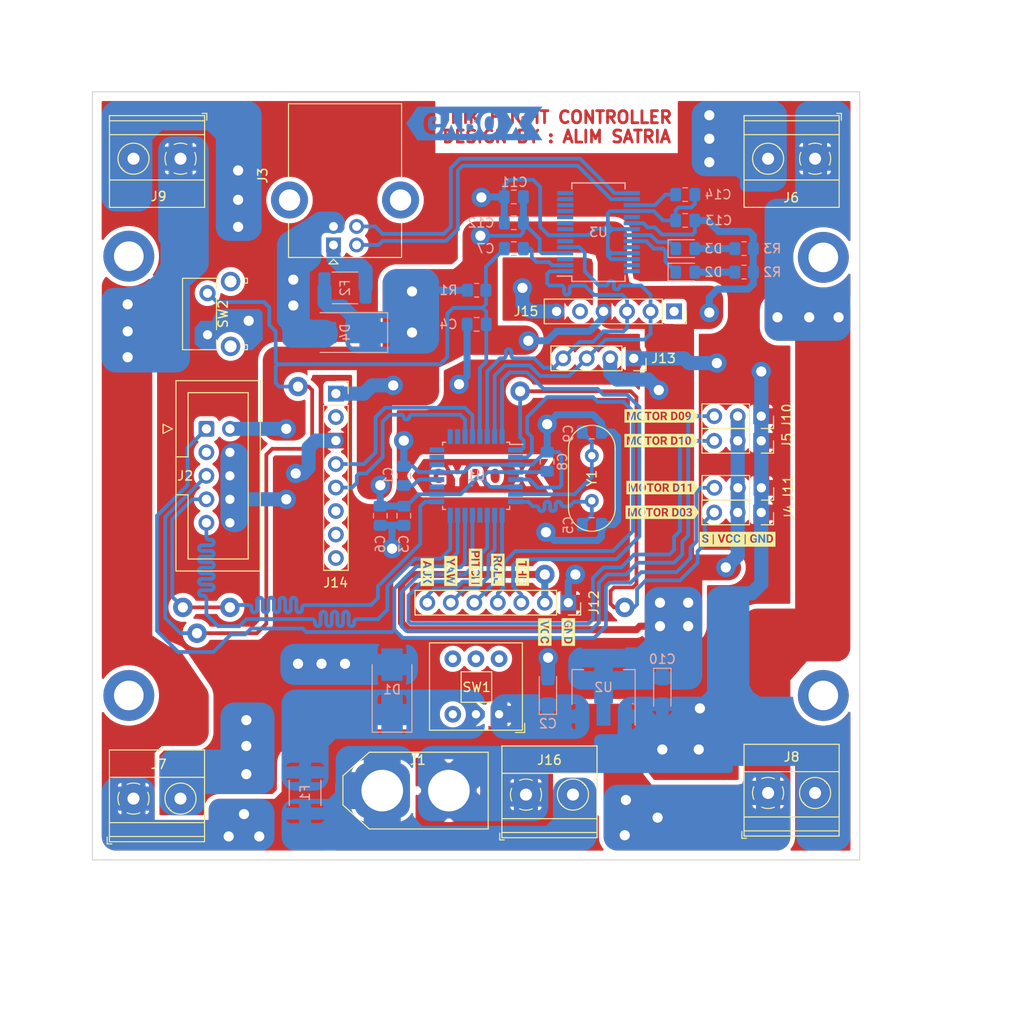
<source format=kicad_pcb>
(kicad_pcb (version 20211014) (generator pcbnew)
  (layers (0 "F.Cu" signal) (31 "B.Cu" signal) (34 "B.Paste" user) (35 "F.Paste" user) (36 "B.SilkS" user "B.Silkscreen") (37 "F.SilkS" user "F.Silkscreen") (38 "B.Mask" user) (39 "F.Mask" user) (44 "Edge.Cuts" user))
  (net 0 "")
  (net 1 "GND")
  (net 2 "Net-(C1-Pad2)")
  (net 3 "VCC")
  (net 4 "+5V")
  (net 5 "/RESET")
  (net 6 "/XTAL_-")
  (net 7 "/DTR")
  (net 8 "/XTAL_+")
  (net 9 "Net-(C14-Pad1)")
  (net 10 "+BATT")
  (net 11 "/TX_LED")
  (net 12 "Net-(D2-Pad2)")
  (net 13 "/RX_LED")
  (net 14 "Net-(D3-Pad2)")
  (net 15 "Net-(F1-Pad1)")
  (net 16 "Net-(F2-Pad1)")
  (net 17 "/D11")
  (net 19 "/SCK")
  (net 20 "/MISO")
  (net 21 "/DATA_-")
  (net 22 "/DATA_+")
  (net 23 "/D3")
  (net 24 "/D10")
  (net 25 "/D9")
  (net 26 "/D2")
  (net 27 "/D4")
  (net 28 "/D5")
  (net 29 "/D6")
  (net 30 "/D7")
  (net 31 "/UART_-")
  (net 32 "/UART_+")
  (net 34 "/I2C_-")
  (net 35 "/I2C_+")
  (net 40 "/D8")
  (net 43 "/A0")
  (net 44 "/A1")
  (net 45 "/A2")
  (net 46 "/A3")
  (net 47 "/RTS")
  (net 48 "/RI")
  (net 49 "/DCR")
  (net 50 "/DCD")
  (net 51 "/CTS")
  (footprint "Connector_PinSocket_2.54mm:PinSocket_1x06_P2.54mm_Vertical" (layer "F.Cu") (at 162.56 85.09 -90)
    (fp_text reference "J15")
    (fp_text value "FTDI BREAKOUT BOARD")
  )
  (footprint "Connector_PinSocket_2.54mm:PinSocket_1x08_P2.54mm_Vertical" (layer "F.Cu") (at 126.009 93.98)
    (fp_text reference "J14")
    (fp_text value "GY-88A")
  )
  (footprint "Connector_PinSocket_2.54mm:PinSocket_1x03_P2.54mm_Vertical" (layer "F.Cu") (at 171.98 106.832 -90)
    (fp_text reference "J4")
    (fp_text value "ESC INPUT")
  )
  (footprint "MountingHole:MountingHole_3.2mm_M3_ISO14580_Pad" (layer "F.Cu") (at 103.632 79.121)
    (fp_text reference "H1" hide)
    (fp_text value "MountingHole")
  )
  (footprint "kibuzzard-63DE9FCF" (layer "F.Cu") (at 135.89 113.284 -90)
    (fp_text reference "kibuzzard-63DE9FCF" hide)
    (fp_text value "G***" hide)
  )
  (footprint "TerminalBlock_Phoenix:TerminalBlock_Phoenix_MKDS-1,5-2-5.08_1x02_P5.08mm_Horizontal" (layer "F.Cu") (at 104.135 137.77)
    (fp_text reference "J7")
    (fp_text value "ESC POWER")
  )
  (footprint "kibuzzard-63DEA12D" (layer "F.Cu") (at 161.163 99.06)
    (fp_text reference "kibuzzard-63DEA12D" hide)
    (fp_text value "G***" hide)
  )
  (footprint "Connector_IDC:IDC-Header_2x05_P2.54mm_Vertical" (layer "F.Cu") (at 112.014 97.79)
    (fp_text reference "J2")
    (fp_text value "SPI PROG")
  )
  (footprint "Crystal:Crystal_HC49-4H_Vertical" (layer "F.Cu") (at 153.67 105.574 90)
    (fp_text reference "Y1")
    (fp_text value "16MHz")
  )
  (footprint "TerminalBlock_Phoenix:TerminalBlock_Phoenix_MKDS-1,5-2-5.08_1x02_P5.08mm_Horizontal" (layer "F.Cu") (at 177.8 68.58 180)
    (fp_text reference "J6")
    (fp_text value "ESC POWER")
  )
  (footprint "Connector_PinSocket_2.54mm:PinSocket_1x07_P2.54mm_Vertical" (layer "F.Cu") (at 151.13 116.586 -90)
    (fp_text reference "J12")
    (fp_text value "RC TRANSMITTER")
  )
  (footprint "Connector_PinSocket_2.54mm:PinSocket_1x04_P2.54mm_Vertical" (layer "F.Cu") (at 158.198 90.17 -90)
    (fp_text reference "J13")
    (fp_text value "TRANSMITTER")
  )
  (footprint "TerminalBlock_Phoenix:TerminalBlock_Phoenix_MKDS-1,5-2-5.08_1x02_P5.08mm_Horizontal" (layer "F.Cu") (at 109.220004 68.580028 180)
    (fp_text reference "J9")
    (fp_text value "ESC POWER")
  )
  (footprint "kibuzzard-63DE9C99" (layer "F.Cu") (at 151.13 119.761 -90)
    (fp_text reference "kibuzzard-63DE9C99" hide)
    (fp_text value "G***" hide)
  )
  (footprint "MountingHole:MountingHole_3.2mm_M3_ISO14580_Pad" (layer "F.Cu") (at 178.689 126.619)
    (fp_text reference "H3" hide)
    (fp_text value "MountingHole")
  )
  (footprint "Button_Switch_THT:SW_Tactile_SPST_Angled_PTS645Vx31-2LFS" (layer "F.Cu") (at 112.1385 87.619 90)
    (fp_text reference "SW2")
    (fp_text value "RESET BUTTON")
  )
  (footprint "kibuzzard-63DE9C89" (layer "F.Cu") (at 148.59 119.761 -90)
    (fp_text reference "kibuzzard-63DE9C89" hide)
    (fp_text value "G***" hide)
  )
  (footprint "kibuzzard-63DEA11E" (layer "F.Cu") (at 161.29 104.14)
    (fp_text reference "kibuzzard-63DEA11E" hide)
    (fp_text value "G***" hide)
  )
  (footprint "kibuzzard-63DE9F2F" (layer "F.Cu") (at 141.1032 112.776 -90)
    (fp_text reference "kibuzzard-63DE9F2F" hide)
    (fp_text value "G***" hide)
  )
  (footprint "kibuzzard-63DEA0F2" (layer "F.Cu") (at 169.418 109.728)
    (fp_text reference "kibuzzard-63DEA0F2" hide)
    (fp_text value "G***" hide)
  )
  (footprint "TerminalBlock_Phoenix:TerminalBlock_Phoenix_MKDS-1,5-2-5.08_1x02_P5.08mm_Horizontal" (layer "F.Cu") (at 172.72 137.159937)
    (fp_text reference "J8")
    (fp_text value "ESC POWER")
  )
  (footprint "kibuzzard-63DE9E57" (layer "F.Cu") (at 146.177 113.284 -90)
    (fp_text reference "kibuzzard-63DE9E57" hide)
    (fp_text value "G***" hide)
  )
  (footprint "MountingHole:MountingHole_3.2mm_M3_ISO14580_Pad" (layer "F.Cu") (at 178.689 79.248)
    (fp_text reference "H2" hide)
    (fp_text value "MountingHole")
  )
  (footprint "kibuzzard-63DE9E82" (layer "F.Cu") (at 143.51 113.03 -90)
    (fp_text reference "kibuzzard-63DE9E82" hide)
    (fp_text value "G***" hide)
  )
  (footprint "Button_Switch_THT:SW_Push_2P2T_Toggle_CK_PVA2xxH4xxxxxxV2" (layer "F.Cu") (at 143.6465 128.6525 180)
    (fp_text reference "SW1")
    (fp_text value "SW_DPDT_x2")
  )
  (footprint "kibuzzard-63DE9F75" (layer "F.Cu") (at 138.43 113.157 -90)
    (fp_text reference "kibuzzard-63DE9F75" hide)
    (fp_text value "G***" hide)
  )
  (footprint "Connector_USB:USB_B_Lumberg_2411_02_Horizontal" (layer "F.Cu") (at 125.75 77.9075 90)
    (fp_text reference "J3")
    (fp_text value "USB B")
  )
  (footprint "kibuzzard-63DEA138" (layer "F.Cu") (at 161.163 96.393)
    (fp_text reference "kibuzzard-63DEA138" hide)
    (fp_text value "G***" hide)
  )
  (footprint "Connector_PinSocket_2.54mm:PinSocket_1x03_P2.54mm_Vertical" (layer "F.Cu") (at 171.98 96.418 -90)
    (fp_text reference "J10")
    (fp_text value "ESC INPUT")
  )
  (footprint "kibuzzard-63DEA114" (layer "F.Cu") (at 161.29 106.807)
    (fp_text reference "kibuzzard-63DEA114" hide)
    (fp_text value "G***" hide)
  )
  (footprint "MountingHole:MountingHole_3.2mm_M3_ISO14580_Pad" (layer "F.Cu") (at 103.632 126.619)
    (fp_text reference "H4" hide)
    (fp_text value "MountingHole")
  )
  (footprint "TerminalBlock_Phoenix:TerminalBlock_Phoenix_MKDS-1,5-2-5.08_1x02_P5.08mm_Horizontal" (layer "F.Cu") (at 146.553 137.338)
    (fp_text reference "J16")
    (fp_text value "ESC POWER")
  )
  (footprint "Connector_PinSocket_2.54mm:PinSocket_1x03_P2.54mm_Vertical" (layer "F.Cu") (at 171.98 99.085 -90)
    (fp_text reference "J5")
    (fp_text value "ESC INPUT")
  )
  (footprint "Connector_PinSocket_2.54mm:PinSocket_1x03_P2.54mm_Vertical" (layer "F.Cu") (at 171.995 104.165 -90)
    (fp_text reference "J11")
    (fp_text value "ESC INPUT")
  )
  (footprint "Connector_AMASS:AMASS_XT60-M_1x02_P7.20mm_Vertical" (layer "F.Cu") (at 131.02 136.906)
    (fp_text reference "J1")
    (fp_text value "POWER CONNECTOR")
  )
  (footprint "kibuzzard-63E0D02C" (layer "F.Cu") (at 141.605 102.87)
    (fp_text reference "kibuzzard-63E0D02C" hide)
    (fp_text value "G***" hide)
  )
  (footprint "Capacitor_SMD:C_0805_2012Metric_Pad1.18x1.45mm_HandSolder" (layer "B.Cu") (at 145.244 72.715 180)
    (fp_text reference "C11")
    (fp_text value "4.7uF")
  )
  (footprint "LED_SMD:LED_0805_2012Metric_Pad1.15x1.40mm_HandSolder" (layer "B.Cu") (at 163.7735 78.303)
    (fp_text reference "D3")
    (fp_text value "LED_Small")
  )
  (footprint "Capacitor_SMD:C_0805_2012Metric_Pad1.18x1.45mm_HandSolder" (layer "B.Cu") (at 153.67 108.134)
    (fp_text reference "C5")
    (fp_text value "22pF")
  )
  (footprint "Fuse:Fuse_1812_4532Metric_Pad1.30x3.40mm_HandSolder" (layer "B.Cu") (at 127 82.55 180)
    (fp_text reference "F2")
    (fp_text value "6V/500mA")
  )
  (footprint "Fuse:Fuse_1812_4532Metric_Pad1.30x3.40mm_HandSolder" (layer "B.Cu") (at 122.682 137.16 90)
    (fp_text reference "F1")
    (fp_text value "16V/02A")
  )
  (footprint "Diode_SMD:D_SMB_Handsoldering" (layer "B.Cu") (at 127 87.376 180)
    (fp_text reference "D4")
    (fp_text value "D_Small")
  )
  (footprint "Capacitor_SMD:C_0805_2012Metric_Pad1.18x1.45mm_HandSolder" (layer "B.Cu") (at 145.244 75.509 180)
    (fp_text reference "C12")
    (fp_text value "100nF")
  )
  (footprint "Resistor_SMD:R_0805_2012Metric_Pad1.20x1.40mm_HandSolder" (layer "B.Cu") (at 170.1235 78.303)
    (fp_text reference "R3")
    (fp_text value "330R")
  )
  (footprint "kibuzzard-63E0D05B" (layer "B.Cu") (at 140.97 64.77)
    (fp_text reference "kibuzzard-63E0D05B" hide)
    (fp_text value "G***" hide)
  )
  (footprint "Capacitor_Tantalum_SMD:CP_EIA-3216-18_Kemet-A_Pad1.58x1.35mm_HandSolder" (layer "B.Cu") (at 148.925 126.1725 90)
    (fp_text reference "C2")
    (fp_text value "10uF")
  )
  (footprint "Capacitor_SMD:C_0805_2012Metric_Pad1.18x1.45mm_HandSolder" (layer "B.Cu") (at 141.224 86.487)
    (fp_text reference "C4")
    (fp_text value "100nF")
  )
  (footprint "Capacitor_SMD:C_0805_2012Metric_Pad1.18x1.45mm_HandSolder" (layer "B.Cu") (at 163.7645 75.255 180)
    (fp_text reference "C13")
    (fp_text value "100nF")
  )
  (footprint "LED_SMD:LED_0805_2012Metric_Pad1.15x1.40mm_HandSolder" (layer "B.Cu") (at 163.7735 80.843)
    (fp_text reference "D2")
    (fp_text value "LED_Small")
  )
  (footprint "Capacitor_SMD:C_0805_2012Metric_Pad1.18x1.45mm_HandSolder" (layer "B.Cu") (at 133.35 107.188 -90)
    (fp_text reference "C3")
    (fp_text value "4.7uF")
  )
  (footprint "Package_SO:SSOP-28_5.3x10.2mm_P0.65mm" (layer "B.Cu") (at 154.388 76.525)
    (fp_text reference "U3")
    (fp_text value "FT232RL")
  )
  (footprint "Resistor_SMD:R_0805_2012Metric_Pad1.20x1.40mm_HandSolder" (layer "B.Cu") (at 141.224 82.804)
    (fp_text reference "R1")
    (fp_text value "10K")
  )
  (footprint "Capacitor_SMD:C_0805_2012Metric_Pad1.18x1.45mm_HandSolder" (layer "B.Cu") (at 153.67 98.134)
    (fp_text reference "C9")
    (fp_text value "22pF")
  )
  (footprint "Capacitor_SMD:C_0805_2012Metric_Pad1.18x1.45mm_HandSolder" (layer "B.Cu") (at 163.7645 72.461)
    (fp_text reference "C14")
    (fp_text value "0.1uF")
  )
  (footprint "Capacitor_SMD:C_0805_2012Metric_Pad1.18x1.45mm_HandSolder" (layer "B.Cu") (at 133.35 102.87 -90)
    (fp_text reference "C1")
    (fp_text value "0.1uF")
  )
  (footprint "Package_TO_SOT_SMD:SOT-223-3_TabPin2" (layer "B.Cu") (at 154.94 125.73 90)
    (fp_text reference "U2")
    (fp_text value "AMS1117-5.0")
  )
  (footprint "Capacitor_SMD:C_0805_2012Metric_Pad1.18x1.45mm_HandSolder" (layer "B.Cu") (at 130.81 107.188 -90)
    (fp_text reference "C6")
    (fp_text value "100nF")
  )
  (footprint "Package_QFP:TQFP-32_7x7mm_P0.8mm" (layer "B.Cu") (at 141.17 102.87 180)
    (fp_text reference "U1")
    (fp_text value "ATmega328P-A")
  )
  (footprint "Resistor_SMD:R_0805_2012Metric_Pad1.20x1.40mm_HandSolder" (layer "B.Cu") (at 170.1235 80.843)
    (fp_text reference "R2")
    (fp_text value "330R")
  )
  (footprint "Diode_SMD:D_SMB_Handsoldering" (layer "B.Cu") (at 132.08 125.984 90)
    (fp_text reference "D1")
    (fp_text value "D_Small")
  )
  (footprint "Capacitor_SMD:C_0805_2012Metric_Pad1.18x1.45mm_HandSolder" (layer "B.Cu") (at 145.244 78.303 180)
    (fp_text reference "C7")
    (fp_text value "0.1uF")
  )
  (footprint "Capacitor_SMD:C_0805_2012Metric_Pad1.18x1.45mm_HandSolder" (layer "B.Cu") (at 148.844 101.346 90)
    (fp_text reference "C8")
    (fp_text value "100nF")
  )
  (footprint "Capacitor_Tantalum_SMD:CP_EIA-3216-18_Kemet-A_Pad1.58x1.35mm_HandSolder" (layer "B.Cu") (at 161.29 126.1725 -90)
    (fp_text reference "C10")
    (fp_text value "10uF")
  )
  (gr_line (start 99.695 144.399) (end 182.626 144.399) (layer "Edge.Cuts") (width 0.1))
  (gr_line (start 99.695 102.87) (end 99.695 144.399) (layer "Edge.Cuts") (width 0.1))
  (gr_line (start 182.626 144.399) (end 182.626 61.341) (layer "Edge.Cuts") (width 0.1))
  (gr_line (start 182.626 61.341) (end 99.695 61.341) (layer "Edge.Cuts") (width 0.1))
  (gr_line (start 99.695 61.341) (end 99.695 102.87) (layer "Edge.Cuts") (width 0.1))
  (gr_text "TRIK FLIGHT CONTROLLER\nDESIGN BY : ALIM SATRIA" (at 149.86 65.151) (layer "F.Cu") (effects (font (size 1.3 1.3) (thickness 0.3))))
  (via (at 120.65 105.41) (size 2.1) (drill 1.1) (layers "F.Cu" "B.Cu") (net 1))
  (via (at 165.354 128.016) (size 2.1) (drill 1.1) (layers "F.Cu" "B.Cu") (net 1))
  (via (at 166.37 63.881) (size 2.1) (drill 1.1) (layers "F.Cu" "B.Cu") (net 1))
  (via (at 116.332 129.286) (size 2.1) (drill 1.1) (layers "F.Cu" "B.Cu") (net 1))
  (via (at 127 123.19) (size 2.1) (drill 1.1) (layers "F.Cu" "B.Cu") (net 1))
  (via (at 161.29 132.461) (size 2.1) (drill 1.1) (layers "F.Cu" "B.Cu") (net 1))
  (via (at 166.37 68.961) (size 2.1) (drill 1.1) (layers "F.Cu" "B.Cu") (net 1))
  (via (at 148.844 97.282) (size 2.1) (drill 1.1) (layers "F.Cu" "B.Cu") (net 1))
  (via (at 133.35 99.06) (size 2.1) (drill 1.1) (layers "F.Cu" "B.Cu") (net 1))
  (via (at 151.892 113.538) (size 2.1) (drill 1.1) (layers "F.Cu" "B.Cu") (net 1))
  (via (at 115.443 75.946) (size 2.1) (drill 1.1) (layers "F.Cu" "B.Cu") (net 1))
  (via (at 115.443 69.85) (size 2.1) (drill 1.1) (layers "F.Cu" "B.Cu") (net 1))
  (via (at 121.666 102.616) (size 2.1) (drill 1.1) (layers "F.Cu" "B.Cu") (net 1))
  (via (at 148.717 108.966) (size 2.1) (drill 1.1) (layers "F.Cu" "B.Cu") (net 1))
  (via (at 124.46 123.19) (size 2.1) (drill 1.1) (layers "F.Cu" "B.Cu") (net 1))
  (via (at 121.412 84.455) (size 2.1) (drill 1.1) (layers "F.Cu" "B.Cu") (net 1))
  (via (at 166.37 66.421) (size 2.1) (drill 1.1) (layers "F.Cu" "B.Cu") (net 1))
  (via (at 116.332 135.128) (size 2.1) (drill 1.1) (layers "F.Cu" "B.Cu") (net 1))
  (via (at 165.227 132.461) (size 2.1) (drill 1.1) (layers "F.Cu" "B.Cu") (net 1))
  (via (at 146.177 82.55) (size 2.1) (drill 1.1) (layers "F.Cu" "B.Cu") (net 1))
  (via (at 148.9456 122.5296) (size 2.1) (drill 1.1) (layers "F.Cu" "B.Cu") (net 1))
  (via (at 171.98 91.589) (size 2.1) (drill 1.1) (layers "F.Cu" "B.Cu") (net 1))
  (via (at 141.732 72.771) (size 2.1) (drill 1.1) (layers "F.Cu" "B.Cu") (net 1))
  (via (at 132.08 110.744) (size 2.1) (drill 1.1) (layers "F.Cu" "B.Cu") (net 1))
  (via (at 115.443 73.025) (size 2.1) (drill 1.1) (layers "F.Cu" "B.Cu") (net 1))
  (via (at 116.332 132.08) (size 2.1) (drill 1.1) (layers "F.Cu" "B.Cu") (net 1))
  (via (at 139.319 92.964) (size 2.1) (drill 1.1) (layers "F.Cu" "B.Cu") (net 1))
  (via (at 116.586 86.106) (size 2.1) (drill 1.1) (layers "F.Cu" "B.Cu") (net 1))
  (via (at 167.1828 90.678) (size 2.1) (drill 1.1) (layers "F.Cu" "B.Cu") (net 1))
  (via (at 121.412 81.661) (size 2.1) (drill 1.1) (layers "F.Cu" "B.Cu") (net 1))
  (via (at 121.92 123.19) (size 2.1) (drill 1.1) (layers "F.Cu" "B.Cu") (net 1))
  (segment (start 155.404 75.748) (end 155.856 76.2) (width 0.4064) (layer "B.Cu") (net 1))
  (segment (start 154.7075 97.1765) (end 153.797 96.266) (width 0.762) (layer "B.Cu") (net 1))
  (segment (start 148.844 100.3085) (end 148.6115 100.3085) (width 0.4064) (layer "B.Cu") (net 1))
  (segment (start 157.988 74.25) (end 155.647 74.25) (width 0.4064) (layer "B.Cu") (net 1))
  (segment (start 157.988 79.45) (end 155.777 79.45) (width 0.4064) (layer "B.Cu") (net 1))
  (segment (start 133.35 99.06) (end 133.35 101.8325) (width 0.762) (layer "B.Cu") (net 1))
  (segment (start 154.7075 98.134) (end 154.7075 97.1765) (width 0.762) (layer "B.Cu") (net 1))
  (segment (start 171.98 91.589) (end 171.98 114.532) (width 1.524) (layer "B.Cu") (net 1))
  (segment (start 171.98 114.532) (end 170.942 115.57) (width 1.524) (layer "B.Cu") (net 1))
  (segment (start 149.86 85.09) (end 146.939 85.09) (width 1.524) (layer "B.Cu") (net 1))
  (segment (start 136.92 102.47) (end 134.982 102.47) (width 0.4064) (layer "B.Cu") (net 1))
  (segment (start 155.404 79.077) (end 155.448 79.121) (width 0.4064) (layer "B.Cu") (net 1))
  (segment (start 154.7075 98.134) (end 155.919 98.134) (width 0.762) (layer "B.Cu") (net 1))
  (segment (start 156.464 107.696) (end 156.026 108.134) (width 0.762) (layer "B.Cu") (net 1))
  (segment (start 140.1865 86.487) (end 140.1865 92.0965) (width 0.762) (layer "B.Cu") (net 1))
  (segment (start 146.958 103.27) (end 147.828 104.14) (width 0.4064) (layer "B.Cu") (net 1))
  (segment (start 164.421 73.858) (end 163.024 73.858) (width 0.4064) (layer "B.Cu") (net 1))
  (segment (start 147.25 101.67) (end 145.42 101.67) (width 0.4064) (layer "B.Cu") (net 1))
  (segment (start 162.727 75.255) (end 161.373 75.255) (width 0.4064) (layer "B.Cu") (net 1))
  (segment (start 134.982 102.47) (end 134.3445 101.8325) (width 0.4064) (layer "B.Cu") (net 1))
  (segment (start 157.988 76.2) (end 155.856 76.2) (width 0.4064) (layer "B.Cu") (net 1))
  (segment (start 148.082 75.946) (end 148.082 71.628) (width 0.4064) (layer "B.Cu") (net 1))
  (segment (start 155.919 98.134) (end 156.464 98.679) (width 0.762) (layer "B.Cu") (net 1))
  (segment (start 154.896 76.144) (end 154.007 76.144) (width 0.4064) (layer "B.Cu") (net 1))
  (segment (start 155.404 76.652) (end 154.896 76.144) (width 0.4064) (layer "B.Cu") (net 1))
  (segment (start 164.1856 90.678) (end 167.1828 90.678) (width 1.524) (layer "B.Cu") (net 1))
  (segment (start 150.114 104.14) (end 150.368 103.886) (width 0.4064) (layer "B.Cu") (net 1))
  (segment (start 153.797 96.266) (end 149.86 96.266) (width 0.762) (layer "B.Cu") (net 1))
  (segment (start 146.177 84.328) (end 146.177 82.55) (width 1.524) (layer "B.Cu") (net 1))
  (segment (start 144.78 70.866) (end 144.2065 71.4395) (width 0.4064) (layer "B.Cu") (net 1))
  (segment (start 154.305 109.855) (end 153.162 109.855) (width 0.762) (layer "B.Cu") (net 1))
  (segment (start 144.2065 71.4395) (end 144.2065 72.715) (width 0.4064) (layer "B.Cu") (net 1))
  (segment (start 158.198 90.17) (end 163.6776 90.17) (width 1.524) (layer "B.Cu") (net 1))
  (segment (start 136.92 102.47) (end 139.846 102.47) (width 0.4064) (layer "B.Cu") (net 1))
  (segment (start 155.647 74.25) (end 155.404 74.493) (width 0.4064) (layer "B.Cu") (net 1))
  (segment (start 155.404 74.493) (end 155.404 75.482) (width 0.4064) (layer "B.Cu") (net 1))
  (segment (start 132.08 110.744) (end 132.08 108.458) (width 0.762) (layer "B.Cu") (net 1))
  (segment (start 146.939 85.09) (end 146.177 84.328) (width 1.524) (layer "B.Cu") (net 1))
  (segment (start 156.026 108.134) (end 154.7075 108.134) (width 0.762) (layer "B.Cu") (net 1))
  (segment (start 155.404 76.652) (end 155.404 75.482) (width 0.4064) (layer "B.Cu") (net 1))
  (segment (start 114.554 105.41) (end 120.65 105.41) (width 1.524) (layer "B.Cu") (net 1))
  (segment (start 155.404 78.43) (end 155.404 79.077) (width 0.4064) (layer "B.Cu") (net 1))
  (segment (start 156.464 98.679) (end 156.464 107.696) (width 0.762) (layer "B.Cu") (net 1))
  (segment (start 148.986 76.85) (end 148.082 75.946) (width 0.4064) (layer "B.Cu") (net 1))
  (segment (start 149.86 96.266) (end 148.844 97.282) (width 0.762) (layer "B.Cu") (net 1))
  (segment (start 147.828 104.14) (end 150.114 104.14) (width 0.4064) (layer "B.Cu") (net 1))
  (segment (start 132.08 108.458) (end 132.3125 108.2255) (width 0.762) (layer "B.Cu") (net 1))
  (segment (start 148.844 100.3085) (end 148.844 97.282) (width 0.762) (layer "B.Cu") (net 1))
  (segment (start 155.404 75.482) (end 155.404 75.748) (width 0.4064) (layer "B.Cu") (net 1))
  (segment (start 155.774 78.8) (end 157.988 78.8) (width 0.4064) (layer "B.Cu") (net 1))
  (segment (start 147.32 70.866) (end 144.78 70.866) (width 0.4064) (layer "B.Cu") (net 1))
  (segment (start 148.6115 100.3085) (end 147.25 101.67) (width 0.4064) (layer "B.Cu") (net 1))
  (segment (start 154.7075 109.4525) (end 154.559 109.601) (width 0.762) (layer "B.Cu") (net 1))
  (segment (start 154.559 109.601) (end 154.305 109.855) (width 0.762) (layer "B.Cu") (net 1))
  (segment (start 144.2065 72.715) (end 144.2065 75.509) (width 0.762) (layer "B.Cu") (net 1))
  (segment (start 150.368 100.584) (end 150.0925 100.3085) (width 0.4064) (layer "B.Cu") (net 1))
  (segment (start 123.825 99.06) (end 126.009 99.06) (width 1.524) (layer "B.Cu") (net 1))
  (segment (start 140.646 101.67) (end 145.42 101.67) (width 0.4064) (layer "B.Cu") (net 1))
  (segment (start 150.368 103.886) (end 150.368 100.584) (width 0.4064) (layer "B.Cu") (net 1))
  (segment (start 134.3445 101.8325) (end 133.35 101.8325) (width 0.4064) (layer "B.Cu") (net 1))
  (segment (start 151.13 114.3) (end 151.892 113.538) (width 0.762) (layer "B.Cu") (net 1))
  (segment (start 164.802 73.477) (end 164.421 73.858) (width 0.4064) (layer "B.Cu") (net 1))
  (segment (start 150.0925 100.3085) (end 148.844 100.3085) (width 0.4064) (layer "B.Cu") (net 1))
  (segment (start 123.063 99.822) (end 123.825 99.06) (width 1.524) (layer "B.Cu") (net 1))
  (segment (start 132.3125 108.2255) (end 133.35 108.2255) (width 0.762) (layer "B.Cu") (net 1))
  (segment (start 167.005 126.365) (end 165.354 128.016) (width 1.524) (layer "B.Cu") (net 1))
  (segment (start 167.64 115.57) (end 167.005 116.205) (width 1.524) (layer "B.Cu") (net 1))
  (segment (start 164.802 72.461) (end 164.802 73.477) (width 0.4064) (layer "B.Cu") (net 1))
  (segment (start 130.81 108.2255) (end 132.3125 108.2255) (width 0.762) (layer "B.Cu") (net 1))
  (segment (start 155.404 76.652) (end 155.404 78.43) (width 0.4064) (layer "B.Cu") (net 1))
  (segment (start 144.2065 72.715) (end 141.788 72.715) (width 0.762) (layer "B.Cu") (net 1))
  (segment (start 148.082 71.628) (end 147.32 70.866) (width 0.4064) (layer "B.Cu") (net 1))
  (segment (start 148.925 122.5502) (end 148.9456 122.5296) (width 1.524) (layer "B.Cu") (net 1))
  (segment (start 163.6776 90.17) (end 164.1856 90.678) (width 1.524) (layer "B.Cu") (net 1))
  (segment (start 155.008 76.144) (end 155.404 75.748) (width 0.4064) (layer "B.Cu") (net 1))
  (segment (start 141.788 72.715) (end 141.732 72.771) (width 0.762) (layer "B.Cu") (net 1))
  (segment (start 163.024 73.858) (end 162.727 74.155) (width 0.4064) (layer "B.Cu") (net 1))
  (segment (start 151.13 116.586) (end 151.13 114.3) (width 0.762) (layer "B.Cu") (net 1))
  (segment (start 149.606 109.855) (end 148.717 108.966) (width 0.762) (layer "B.Cu") (net 1))
  (segment (start 139.846 102.47) (end 140.646 101.67) (width 0.4064) (layer "B.Cu") (net 1))
  (segment (start 155.856 76.2) (end 155.404 76.652) (width 0.4064) (layer "B.Cu") (net 1))
  (segment (start 145.42 103.27) (end 146.958 103.27) (width 0.4064) (layer "B.Cu") (net 1))
  (segment (start 154.007 76.144) (end 153.301 76.85) (width 0.4064) (layer "B.Cu") (net 1))
  (segment (start 160.368 74.25) (end 157.988 74.25) (width 0.4064) (layer "B.Cu") (net 1))
  (segment (start 150.788 76.85) (end 148.986 76.85) (width 0.4064) (layer "B.Cu") (net 1))
  (segment (start 155.774 78.8) (end 155.769 78.8) (width 0.4064) (layer "B.Cu") (net 1))
  (segment (start 162.727 74.155) (end 162.727 75.255) (width 0.4064) (layer "B.Cu") (net 1))
  (segment (start 155.769 78.8) (end 155.448 79.121) (width 0.4064) (layer "B.Cu") (net 1))
  (segment (start 123.063 101.981) (end 123.063 99.822) (width 1.524) (layer "B.Cu") (net 1))
  (segment (start 153.162 109.855) (end 149.606 109.855) (width 0.762) (layer "B.Cu") (net 1))
  (segment (start 154.896 76.144) (end 155.008 76.144) (width 0.4064) (layer "B.Cu") (net 1))
  (segment (start 167.005 116.205) (end 167.005 126.365) (width 1.524) (layer "B.Cu") (net 1))
  (segment (start 122.428 102.616) (end 123.063 101.981) (width 1.524) (layer "B.Cu") (net 1))
  (segment (start 148.925 124.735) (end 148.925 122.5502) (width 1.524) (layer "B.Cu") (net 1))
  (segment (start 170.942 115.57) (end 167.64 115.57) (width 1.524) (layer "B.Cu") (net 1))
  (segment (start 161.373 75.255) (end 160.368 74.25) (width 0.4064) (layer "B.Cu") (net 1))
  (segment (start 155.448 79.121) (end 155.777 79.45) (width 0.4064) (layer "B.Cu") (net 1))
  (segment (start 154.7075 108.134) (end 154.7075 109.4525) (width 0.762) (layer "B.Cu") (net 1))
  (segment (start 150.788 76.85) (end 153.301 76.85) (width 0.4064) (layer "B.Cu") (net 1))
  (segment (start 155.404 78.43) (end 155.774 78.8) (width 0.4064) (layer "B.Cu") (net 1))
  (segment (start 121.666 102.616) (end 122.428 102.616) (width 1.524) (layer "B.Cu") (net 1))
  (segment (start 140.1865 92.0965) (end 139.319 92.964) (width 0.762) (layer "B.Cu") (net 1))
  (segment (start 134.982 103.27) (end 136.92 103.27) (width 0.4064) (layer "B.Cu") (net 2))
  (segment (start 134.3445 103.9075) (end 134.982 103.27) (width 0.4064) (layer "B.Cu") (net 2))
  (segment (start 133.35 103.9075) (end 134.3445 103.9075) (width 0.4064) (layer "B.Cu") (net 2))
  (via (at 160.782 139.827) (size 2.1) (drill 1.1) (layers "F.Cu" "B.Cu") (net 3))
  (via (at 103.505 84.328) (size 2.1) (drill 1.1) (layers "F.Cu" "B.Cu") (net 3))
  (via (at 103.505 90.043) (size 2.1) (drill 1.1) (layers "F.Cu" "B.Cu") (net 3))
  (via (at 117.729 141.859) (size 2.1) (drill 1.1) (layers "F.Cu" "B.Cu") (net 3))
  (via (at 180.34 85.725) (size 2.1) (drill 1.1) (layers "F.Cu" "B.Cu") (net 3))
  (via (at 116.078 139.446) (size 2.1) (drill 1.1) (layers "F.Cu" "B.Cu") (net 3))
  (via (at 177.165 85.725) (size 2.1) (drill 1.1) (layers "F.Cu" "B.Cu") (net 3))
  (via (at 157.353 137.922) (size 2.1) (drill 1.1) (layers "F.Cu" "B.Cu") (net 3))
  (via (at 103.505 87.249) (size 2.1) (drill 1.1) (layers "F.Cu" "B.Cu") (net 3))
  (via (at 114.427 141.859) (size 2.1) (drill 1.1) (layers "F.Cu" "B.Cu") (net 3))
  (via (at 157.226 141.732) (size 2.1) (drill 1.1) (layers "F.Cu" "B.Cu") (net 3))
  (via (at 173.736 85.725) (size 2.1) (drill 1.1) (layers "F.Cu" "B.Cu") (net 3))
  (segment (start 133.858 119.507) (end 158.496 119.507) (width 0.762) (layer "F.Cu") (net 4))
  (segment (start 133.096 114.554) (end 133.096 118.745) (width 0.762) (layer "F.Cu") (net 4))
  (segment (start 158.877 119.126) (end 158.496 119.507) (width 0.762) (layer "F.Cu") (net 4))
  (segment (start 134.112 113.538) (end 133.096 114.554) (width 0.762) (layer "F.Cu") (net 4))
  (segment (start 148.59 113.538) (end 134.112 113.538) (width 0.762) (layer "F.Cu") (net 4))
  (segment (start 133.096 118.745) (end 133.858 119.507) (width 0.762) (layer "F.Cu") (net 4))
  (segment (start 161.036 119.126) (end 158.877 119.126) (width 0.762) (layer "F.Cu") (net 4))
  (via (at 160.909 93.599) (size 2.1) (drill 1.1) (layers "F.Cu" "B.Cu") (net 4))
  (via (at 168.148 112.776) (size 2.1) (drill 1.1) (layers "F.Cu" "B.Cu") (net 4))
  (via (at 120.65 97.79) (size 2.1) (drill 1.1) (layers "F.Cu" "B.Cu") (net 4))
  (via (at 130.81 103.886) (size 2.1) (drill 1.1) (layers "F.Cu" "B.Cu") (net 4))
  (via (at 164.084 116.586) (size 2.1) (drill 1.1) (layers "F.Cu" "B.Cu") (net 4))
  (via (at 141.6304 76.9112) (size 2.1) (drill 1.1) (layers "F.Cu" "B.Cu") (net 4))
  (via (at 148.59 113.538) (size 2.1) (drill 1.1) (layers "F.Cu" "B.Cu") (net 4))
  (via (at 161.036 116.586) (size 2.1) (drill 1.1) (layers "F.Cu" "B.Cu") (net 4))
  (via (at 161.036 119.126) (size 2.1) (drill 1.1) (layers "F.Cu" "B.Cu") (net 4))
  (via (at 132.207 93.091) (size 2.1) (drill 1.1) (layers "F.Cu" "B.Cu") (net 4))
  (via (at 134.239 82.931) (size 2.1) (drill 1.1) (layers "F.Cu" "B.Cu") (net 4))
  (via (at 134.239 87.376) (size 2.1) (drill 1.1) (layers "F.Cu" "B.Cu") (net 4))
  (via (at 164.084 119.126) (size 2.1) (drill 1.1) (layers "F.Cu" "B.Cu") (net 4))
  (via (at 166.37 85.217) (size 2.1) (drill 1.1) (layers "F.Cu" "B.Cu") (net 4))
  (via (at 146.812 88.265) (size 2.1) (drill 1.1) (layers "F.Cu" "B.Cu") (net 4))
  (segment (start 167.259 82.677) (end 170.561 82.677) (width 0.762) (layer "B.Cu") (net 4))
  (segment (start 148.7575 102.47) (end 148.844 102.3835) (width 0.4064) (layer "B.Cu") (net 4))
  (segment (start 166.187 75.255) (end 164.802 75.255) (width 0.762) (layer "B.Cu") (net 4))
  (segment (start 149.86 87.249) (end 153.416 87.249) (width 0.762) (layer "B.Cu") (net 4))
  (segment (start 140.224 82.804) (end 136.525 82.804) (width 0.762) (layer "B.Cu") (net 4))
  (segment (start 170.688 76.454) (end 167.386 76.454) (width 0.762) (layer "B.Cu") (net 4))
  (segment (start 164.802 76.525) (end 164.802 75.255) (width 0.4064) (layer "B.Cu") (net 4))
  (segment (start 145.42 104.07) (end 142.678 104.07) (width 0.4064) (layer "B.Cu") (net 4))
  (segment (start 142.386 102.47) (end 141.732 103.124) (width 0.4064) (layer "B.Cu") (net 4))
  (segment (start 148.038 78.557) (end 148.281 78.8) (width 0.4064) (layer "B.Cu") (net 4))
  (segment (start 145.1356 76.9112) (end 141.6304 76.9112) (width 0.4064) (layer "B.Cu") (net 4))
  (segment (start 160.484 76.017) (end 161.246 76.779) (width 0.4064) (layer "B.Cu") (net 4))
  (segment (start 166.37 83.566) (end 167.259 82.677) (width 0.762) (layer "B.Cu") (net 4))
  (segment (start 132.207 93.091) (end 129.921 93.091) (width 1.524) (layer "B.Cu") (net 4))
  (segment (start 146.2815 72.715) (end 146.2815 75.509) (width 0.762) (layer "B.Cu") (net 4))
  (segment (start 153.416 87.249) (end 154.94 85.725) (width 0.762) (layer "B.Cu") (net 4))
  (segment (start 133.6255 106.1505) (end 133.35 106.1505) (width 0.4064) (layer "B.Cu") (net 4))
  (segment (start 148.038 77.287) (end 148.038 78.557) (width 0.4064) (layer "B.Cu") (net 4))
  (segment (start 146.812 88.265) (end 148.844 88.265) (width 0.762) (layer "B.Cu") (net 4))
  (segment (start 136.92 104.87) (end 134.906 104.87) (width 0.4064) (layer "B.Cu") (net 4))
  (segment (start 170.561 82.677) (end 171.1235 82.1145) (width 0.762) (layer "B.Cu") (net 4))
  (segment (start 155.658 91.738) (end 155.658 90.17) (width 1.524) (layer "B.Cu") (net 4))
  (segment (start 159.2444 75.55) (end 159.7114 76.017) (width 0.4064) (layer "B.Cu") (net 4))
  (segment (start 125.222 84.582) (end 126.746 84.582) (width 1.524) (layer "B.Cu") (net 4))
  (segment (start 114.554 97.79) (end 120.65 97.79) (width 1.524) (layer "B.Cu") (net 4))
  (segment (start 148.281 78.8) (end 150.788 78.8) (width 0.4064) (layer "B.Cu") (net 4))
  (segment (start 164.548 76.779) (end 164.802 76.525) (width 0.4064) (layer "B.Cu") (net 4))
  (segment (start 129.921 93.091) (end 129.032 93.98) (width 1.524) (layer "B.Cu") (net 4))
  (segment (start 169.44 99.085) (end 169.44 96.418) (width 1.524) (layer "B.Cu") (net 4))
  (segment (start 148.844 88.265) (end 149.86 87.249) (width 0.762) (layer "B.Cu") (net 4))
  (segment (start 134.906 104.87) (end 133.6255 106.1505) (width 0.4064) (layer "B.Cu") (net 4))
  (segment (start 134.366 82.804) (end 134.239 82.931) (width 0.762) (layer "B.Cu") (net 4))
  (segment (start 159.766 92.456) (end 156.376 92.456) (width 1.524) (layer "B.Cu") (net 4))
  (segment (start 168.148 112.776) (end 169.44 111.484) (width 1.524) (layer "B.Cu") (net 4))
  (segment (start 160.909 93.599) (end 159.766 92.456) (width 1.524) (layer "B.Cu") (net 4))
  (segment (start 145.42 102.47) (end 148.7575 102.47) (width 0.4064) (layer "B.Cu") (net 4))
  (segment (start 130.81 106.1505) (end 130.81 103.886) (width 0.762) (layer "B.Cu") (net 4))
  (segment (start 171.1235 78.303) (end 171.1235 76.8895) (width 0.762) (layer "B.Cu") (net 4))
  (segment (start 124.775 84.135) (end 125.222 84.582) (width 1.524) (layer "B.Cu") (net 4))
  (segment (start 145.9992 76.8096) (end 145.8976 76.9112) (width 0.4064) (layer "B.Cu") (net 4))
  (segment (start 148.59 116.586) (end 148.59 113.538) (width 0.762) (layer "B.Cu") (net 4))
  (segment (start 139.478 104.87) (end 140.97 103.378) (width 0.4064) (layer "B.Cu") (net 4))
  (segment (start 126.746 84.582) (end 129.54 87.376) (width 1.524) (layer "B.Cu") (net 4))
  (segment (start 146.2815 75.509) (end 146.2815 75.5305) (width 0.4064) (layer "B.Cu") (net 4))
  (segment (start 159.7114 76.017) (end 160.484 76.017) (width 0.4064) (layer "B.Cu") (net 4))
  (segment (start 161.246 76.779) (end 164.548 76.779) (width 0.4064) (layer "B.Cu") (net 4))
  (segment (start 146.2532 76.5556) (end 145.9992 76.8096) (width 0.4064) (layer "B.Cu") (net 4))
  (segment (start 124.775 82.55) (end 124.775 84.135) (width 1.524) (layer "B.Cu") (net 4))
  (segment (start 157.988 75.55) (end 159.2444 75.55) (width 0.4064) (layer "B.Cu") (net 4))
  (segment (start 171.1235 78.303) (end 171.1235 80.843) (width 0.762) (layer "B.Cu") (net 4))
  (segment (start 146.2815 75.509) (end 146.2532 75.5373) (width 0.4064) (layer "B.Cu") (net 4))
  (segment (start 146.2532 76.4032) (end 146.2532 76.5556) (width 0.4064) (layer "B.Cu") (net 4))
  (segment (start 171.1235 82.1145) (end 171.1235 80.843) (width 0.762) (layer "B.Cu") (net 4))
  (segment (start 156.376 92.456) (end 155.658 91.738) (width 1.524) (layer "B.Cu") (net 4))
  (segment (start 154.94 85.725) (end 154.94 85.09) (width 0.762) (layer "B.Cu") (net 4))
  (segment (start 136.525 82.804) (end 136.398 82.931) (width 0.762) (layer "B.Cu") (net 4))
  (segment (start 130.81 106.1505) (end 133.35 106.1505) (width 0.762) (layer "B.Cu") (net 4))
  (segment (start 142.678 104.07) (end 141.732 103.124) (width 0.4064) (layer "B.Cu") (net 4))
  (segment (start 146.2815 75.5305) (end 148.038 77.287) (width 0.4064) (layer "B.Cu") (net 4))
  (segment (start 166.37 85.217) (end 166.37 83.566) (width 0.762) (layer "B.Cu") (net 4))
  (segment (start 169.44 111.484) (end 169.44 99.06) (width 1.524) (layer "B.Cu") (net 4))
  (segment (start 167.386 76.454) (end 166.187 75.255) (width 0.762) (layer "B.Cu") (net 4))
  (segment (start 145.42 102.47) (end 142.386 102.47) (width 0.4064) (layer "B.Cu") (net 4))
  (segment (start 136.398 82.931) (end 134.239 82.931) (width 0.762) (layer "B.Cu") (net 4))
  (segment (start 129.54 87.376) (end 129.7 87.376) (width 1.524) (layer "B.Cu") (net 4))
  (segment (start 145.8976 76.9112) (end 145.1356 76.9112) (width 0.4064) (layer "B.Cu") (net 4))
  (segment (start 126.009 93.98) (end 129.032 93.98) (width 1.524) (layer "B.Cu") (net 4))
  (segment (start 136.92 104.87) (end 139.478 104.87) (width 0.4064) (layer "B.Cu") (net 4))
  (segment (start 141.224 103.124) (end 140.97 103.378) (width 0.4064) (layer "B.Cu") (net 4))
  (segment (start 171.1235 76.8895) (end 170.688 76.454) (width 0.762) (layer "B.Cu") (net 4))
  (segment (start 146.2532 75.5373) (end 146.2532 76.4032) (width 0.4064) (layer "B.Cu") (net 4))
  (segment (start 141.732 103.124) (end 141.224 103.124) (width 0.4064) (layer "B.Cu") (net 4))
  (segment (start 123.063 93.218) (end 123.444 93.599) (width 0.4064) (layer "F.Cu") (net 5))
  (segment (start 123.444 99.441) (end 122.936 99.949) (width 0.4064) (layer "F.Cu") (net 5))
  (segment (start 121.92 93.218) (end 123.063 93.218) (width 0.4064) (layer "F.Cu") (net 5))
  (segment (start 119.126 99.949) (end 118.491 100.584) (width 0.4064) (layer "F.Cu") (net 5))
  (segment (start 123.444 93.599) (end 123.444 99.441) (width 0.4064) (layer "F.Cu") (net 5))
  (segment (start 117.475 119.888) (end 110.998 119.888) (width 0.4064) (layer "F.Cu") (net 5))
  (segment (start 118.491 100.584) (end 118.491 118.872) (width 0.4064) (layer "F.Cu") (net 5))
  (segment (start 122.936 99.949) (end 119.126 99.949) (width 0.4064) (layer "F.Cu") (net 5))
  (segment (start 118.491 118.872) (end 117.475 119.888) (width 0.4064) (layer "F.Cu") (net 5))
  (via (at 121.92 93.218) (size 2.1) (drill 1.1) (layers "F.Cu" "B.Cu") (net 5))
  (via (at 110.998 119.888) (size 2.1) (drill 1.1) (layers "F.Cu" "B.Cu") (net 5))
  (segment (start 142.2615 85.1115) (end 141.859 84.709) (width 0.4064) (layer "B.Cu") (net 5))
  (segment (start 141.859 84.709) (end 142.24 84.328) (width 0.4064) (layer "B.Cu") (net 5))
  (segment (start 112.1385 83.119) (end 112.202 83.119) (width 0.4064) (layer "B.Cu") (net 5))
  (segment (start 107.569 107.315) (end 107.569 118.237) (width 0.4064) (layer "B.Cu") (net 5))
  (segment (start 119.888 93.218) (end 119.507 92.837) (width 0.4064) (layer "B.Cu") (net 5))
  (segment (start 109.22 119.888) (end 110.998 119.888) (width 0.4064) (layer "B.Cu") (net 5))
  (segment (start 121.92 93.218) (end 119.888 93.218) (width 0.4064) (layer "B.Cu") (net 5))
  (segment (start 138.049 85.344) (end 138.049 90.043) (width 0.4064) (layer "B.Cu") (net 5))
  (segment (start 119.507 92.837) (end 119.507 91.059) (width 0.4064) (layer "B.Cu") (net 5))
  (segment (start 141.859 84.709) (end 138.684 84.709) (width 0.4064) (layer "B.Cu") (net 5))
  (segment (start 118.8085 84.6455) (end 118.8085 86.5505) (width 0.4064) (layer "B.Cu") (net 5))
  (segment (start 142.2615 86.487) (end 142.2615 90.5295) (width 0.4064) (layer "B.Cu") (net 5))
  (segment (start 138.049 90.043) (end 137.287 90.805) (width 0.4064) (layer "B.Cu") (net 5))
  (segment (start 142.24 82.82) (end 142.224 82.804) (width 0.4064) (layer "B.Cu") (net 5))
  (segment (start 142.224 80.2855) (end 144.2065 78.303) (width 0.4064) (layer "B.Cu") (net 5))
  (segment (start 138.684 84.709) (end 138.049 85.344) (width 0.4064) (layer "B.Cu") (net 5))
  (segment (start 142.24 82.693) (end 142.224 82.677) (width 0.4064) (layer "B.Cu") (net 5))
  (segment (start 118.237 84.074) (end 118.8085 84.6455) (width 0.4064) (layer "B.Cu") (net 5))
  (segment (start 141.57 91.221) (end 141.57 98.62) (width 0.4064) (layer "B.Cu") (net 5))
  (segment (start 119.507 90.551) (end 119.761 90.805) (width 0.4064) (layer "B.Cu") (net 5))
  (segment (start 112.202 83.119) (end 113.157 84.074) (width 0.4064) (layer "B.Cu") (net 5))
  (segment (start 142.2615 86.487) (end 142.2615 85.1115) (width 0.4064) (layer "B.Cu") (net 5))
  (segment (start 119.507 91.059) (end 119.761 90.805) (width 0.4064) (layer "B.Cu") (net 5))
  (segment (start 142.2615 90.5295) (end 141.57 91.221) (width 0.4064) (layer "B.Cu") (net 5))
  (segment (start 113.157 84.074) (end 118.237 84.074) (width 0.4064) (layer "B.Cu") (net 5))
  (segment (start 142.224 82.804) (end 142.224 80.2855) (width 0.4064) (layer "B.Cu") (net 5))
  (segment (start 142.24 84.328) (end 142.24 82.82) (width 0.4064) (layer "B.Cu") (net 5))
  (segment (start 112.014 102.87) (end 107.569 107.315) (width 0.4064) (layer "B.Cu") (net 5))
  (segment (start 119.507 87.249) (end 119.507 90.551) (width 0.4064) (layer "B.Cu") (net 5))
  (segment (start 107.569 118.237) (end 109.22 119.888) (width 0.4064) (layer "B.Cu") (net 5))
  (segment (start 137.287 90.805) (end 119.761 90.805) (width 0.4064) (layer "B.Cu") (net 5))
  (segment (start 122.174 93.218) (end 121.92 93.218) (width 0.4064) (layer "B.Cu") (net 5))
  (segment (start 118.8085 86.5505) (end 119.507 87.249) (width 0.4064) (layer "B.Cu") (net 5))
  (segment (start 153.67 107.0965) (end 152.6325 108.134) (width 0.4064) (layer "B.Cu") (net 6))
  (segment (start 147.6964 106.172) (end 147.308 106.172) (width 0.4064) (layer "B.Cu") (net 6))
  (segment (start 153.67 105.574) (end 153.574 105.67) (width 0.4064) (layer "B.Cu") (net 6))
  (segment (start 146.806 105.67) (end 145.42 105.67) (width 0.4064) (layer "B.Cu") (net 6))
  (segment (start 149.1592 106.422) (end 149.1592 106.172) (width 0.4064) (layer "B.Cu") (net 6))
  (segment (start 148.5528 106.172) (end 148.5528 106.422) (width 0.4064) (layer "B.Cu") (net 6))
  (segment (start 149.7656 106.172) (end 149.7656 106.422) (width 0.4064) (layer "B.Cu") (net 6))
  (segment (start 149.1592 106.172) (end 149.1592 105.922) (width 0.4064) (layer "B.Cu") (net 6))
  (segment (start 153.67 105.574) (end 153.67 107.0965) (width 0.4064) (layer "B.Cu") (net 6))
  (segment (start 150.122 105.672) (end 150.0156 105.672) (width 0.4064) (layer "B.Cu") (net 6))
  (segment (start 149.5156 106.672) (end 149.4092 106.672) (width 0.4064) (layer "B.Cu") (net 6))
  (segment (start 149.7656 105.922) (end 149.7656 106.172) (width 0.4064) (layer "B.Cu") (net 6))
  (segment (start 153.574 105.67) (end 151.759 105.67) (width 0.4064) (layer "B.Cu") (net 6))
  (segment (start 148.5528 105.922) (end 148.5528 106.172) (width 0.4064) (layer "B.Cu") (net 6))
  (segment (start 148.9092 105.672) (end 148.8028 105.672) (width 0.4064) (layer "B.Cu") (net 6))
  (segment (start 151.759 105.67) (end 151.257 106.172) (width 0.4064) (layer "B.Cu") (net 6))
  (segment (start 148.3028 106.672) (end 148.1964 106.672) (width 0.4064) (layer "B.Cu") (net 6))
  (segment (start 151.257 106.172) (end 150.622 106.172) (width 0.4064) (layer "B.Cu") (net 6))
  (segment (start 147.308 106.172) (end 146.806 105.67) (width 0.4064) (layer "B.Cu") (net 6))
  (arc (start 150.0156 105.672) (mid 149.838823 105.745223) (end 149.7656 105.922) (width 0.4064) (layer "B.Cu") (net 6))
  (arc (start 150.372 105.922) (mid 150.298777 105.745223) (end 150.122 105.672) (width 0.4064) (layer "B.Cu") (net 6))
  (arc (start 148.1964 106.672) (mid 148.019623 106.598777) (end 147.9464 106.422) (width 0.4064) (layer "B.Cu") (net 6))
  (arc (start 148.8028 105.672) (mid 148.626023 105.745223) (end 148.5528 105.922) (width 0.4064) (layer "B.Cu") (net 6))
  (arc (start 150.622 106.172) (mid 150.445223 106.098777) (end 150.372 105.922) (width 0.4064) (layer "B.Cu") (net 6))
  (arc (start 149.4092 106.672) (mid 149.232423 106.598777) (end 149.1592 106.422) (width 0.4064) (layer "B.Cu") (net 6))
  (arc (start 149.7656 106.422) (mid 149.692377 106.598777) (end 149.5156 106.672) (width 0.4064) (layer "B.Cu") (net 6))
  (arc (start 147.9464 106.422) (mid 147.873177 106.245223) (end 147.6964 106.172) (width 0.4064) (layer "B.Cu") (net 6))
  (arc (start 148.5528 106.422) (mid 148.479577 106.598777) (end 148.3028 106.672) (width 0.4064) (layer "B.Cu") (net 6))
  (arc (start 149.1592 105.922) (mid 149.085977 105.745223) (end 148.9092 105.672) (width 0.4064) (layer "B.Cu") (net 6))
  (segment (start 147.701 79.756) (end 149.045 79.756) (width 0.4064) (layer "B.Cu") (net 7))
  (segment (start 149.045 79.756) (end 149.389 80.1) (width 0.4064) (layer "B.Cu") (net 7))
  (segment (start 146.2815 78.303) (end 147.01 78.303) (width 0.4064) (layer "B.Cu") (net 7))
  (segment (start 147.193 78.486) (end 147.193 79.248) (width 0.4064) (layer "B.Cu") (net 7))
  (segment (start 149.389 80.1) (end 150.788 80.1) (width 0.4064) (layer "B.Cu") (net 7))
  (segment (start 147.01 78.303) (end 147.193 78.486) (width 0.4064) (layer "B.Cu") (net 7))
  (segment (start 147.193 79.248) (end 147.701 79.756) (width 0.4064) (layer "B.Cu") (net 7))
  (segment (start 153.67 99.1715) (end 152.6325 98.134) (width 0.4064) (layer "B.Cu") (net 8))
  (segment (start 153.67 100.694) (end 153.67 102.997) (width 0.4064) (layer "B.Cu") (net 8))
  (segment (start 153.67 102.997) (end 151.797 104.87) (width 0.4064) (layer "B.Cu") (net 8))
  (segment (start 153.67 100.694) (end 153.67 99.1715) (width 0.4064) (layer "B.Cu") (net 8))
  (segment (start 151.797 104.87) (end 145.42 104.87) (width 0.4064) (layer "B.Cu") (net 8))
  (segment (start 160.488 73.6) (end 157.988 73.6) (width 0.4064) (layer "B.Cu") (net 9))
  (segment (start 161.627 72.461) (end 160.488 73.6) (width 0.4064) (layer "B.Cu") (net 9))
  (segment (start 162.727 72.461) (end 161.627 72.461) (width 0.4064) (layer "B.Cu") (net 9))
  (segment (start 159.554 77.5) (end 157.988 77.5) (width 0.4064) (layer "B.Cu") (net 11))
  (segment (start 161.627 78.557) (end 161.373 78.303) (width 0.4064) (layer "B.Cu") (net 11))
  (segment (start 160.357 78.303) (end 159.554 77.5) (width 0.4064) (layer "B.Cu") (net 11))
  (segment (start 162.7485 80.843) (end 162.7485 80.8215) (width 0.4064) (layer "B.Cu") (net 11))
  (segment (start 161.373 78.303) (end 160.357 78.303) (width 0.4064) (layer "B.Cu") (net 11))
  (segment (start 162.7485 80.8215) (end 161.627 79.7) (width 0.4064) (layer "B.Cu") (net 11))
  (segment (start 161.627 79.7) (end 161.627 78.557) (width 0.4064) (layer "B.Cu") (net 11))
  (segment (start 164.7985 80.843) (end 169.1235 80.843) (width 0.762) (layer "B.Cu") (net 12))
  (segment (start 160.8015 77.6045) (end 160.047 76.85) (width 0.4064) (layer "B.Cu") (net 13))
  (segment (start 160.047 76.85) (end 157.988 76.85) (width 0.4064) (layer "B.Cu") (net 13))
  (segment (start 162.7485 78.2815) (end 162.0715 77.6045) (width 0.4064) (layer "B.Cu") (net 13))
  (segment (start 162.7485 78.303) (end 162.7485 78.2815) (width 0.4064) (layer "B.Cu") (net 13))
  (segment (start 162.0715 77.6045) (end 160.8015 77.6045) (width 0.4064) (layer "B.Cu") (net 13))
  (segment (start 164.7985 78.303) (end 169.1235 78.303) (width 0.762) (layer "B.Cu") (net 14))
  (segment (start 125.75 77.9075) (end 125.75 79.395) (width 1.524) (layer "B.Cu") (net 16))
  (segment (start 126.492 80.137) (end 128.778 80.137) (width 1.524) (layer "B.Cu") (net 16))
  (segment (start 129.225 80.584) (end 129.225 82.55) (width 1.524) (layer "B.Cu") (net 16))
  (segment (start 125.75 79.395) (end 126.492 80.137) (width 1.524) (layer "B.Cu") (net 16))
  (segment (start 128.778 80.137) (end 129.225 80.584) (width 1.524) (layer "B.Cu") (net 16))
  (segment (start 165.456 104.165) (end 166.915 104.165) (width 0.4064) (layer "B.Cu") (net 17))
  (segment (start 132.334 115.062) (end 132.334 119.507) (width 0.4064) (layer "B.Cu") (net 17))
  (segment (start 131.699 119.761) (end 122.809 119.761) (width 0.4064) (layer "B.Cu") (net 17))
  (segment (start 132.334 119.507) (end 133.223 120.396) (width 0.4064) (layer "B.Cu") (net 17))
  (segment (start 164.973 104.648) (end 165.456 104.165) (width 0.4064) (layer "B.Cu") (net 17))
  (segment (start 108.966 121.92) (end 106.68 119.634) (width 0.4064) (layer "B.Cu") (net 17))
  (segment (start 106.68 107.188) (end 109.982 103.886) (width 0.4064) (layer "B.Cu") (net 17))
  (segment (start 114.681 120.015) (end 112.776 121.92) (width 0.4064) (layer "B.Cu") (net 17))
  (segment (start 106.68 119.634) (end 106.68 107.188) (width 0.4064) (layer "B.Cu") (net 17))
  (segment (start 139.17 111.147) (end 137.668 112.649) (width 0.4064) (layer "B.Cu") (net 17))
  (segment (start 153.924 120.396) (end 155.194 119.126) (width 0.4064) (layer "B.Cu") (net 17))
  (segment (start 155.575 114.427) (end 157.861 114.427) (width 0.4064) (layer "B.Cu") (net 17))
  (segment (start 134.747 112.649) (end 132.334 115.062) (width 0.4064) (layer "B.Cu") (net 17))
  (segment (start 139.17 107.12) (end 139.17 111.147) (width 0.4064) (layer "B.Cu") (net 17))
  (segment (start 109.982 103.886) (end 109.982 99.822) (width 0.4064) (layer "B.Cu") (net 17))
  (segment (start 131.699 119.761) (end 132.08 119.761) (width 0.4064) (layer "B.Cu") (net 17))
  (segment (start 122.809 119.761) (end 122.428 119.38) (width 0.4064) (layer "B.Cu") (net 17))
  (segment (start 133.223 120.396) (end 153.924 120.396) (width 0.4064) (layer "B.Cu") (net 17))
  (segment (start 155.194 119.126) (end 155.194 114.808) (width 0.4064) (layer "B.Cu") (net 17))
  (segment (start 122.428 119.38) (end 116.84 119.38) (width 0.4064) (layer "B.Cu") (net 17))
  (segment (start 109.982 99.822) (end 112.014 97.79) (width 0.4064) (layer "B.Cu") (net 17))
  (segment (start 164.973 109.982) (end 164.973 104.648) (width 0.4064) (layer "B.Cu") (net 17))
  (segment (start 137.668 112.649) (end 134.747 112.649) (width 0.4064) (layer "B.Cu") (net 17))
  (segment (start 112.776 121.92) (end 108.966 121.92) (width 0.4064) (layer "B.Cu") (net 17))
  (segment (start 159.004 113.284) (end 162.814 113.284) (width 0.4064) (layer "B.Cu") (net 17))
  (segment (start 116.84 119.38) (end 116.205 120.015) (width 0.4064) (layer "B.Cu") (net 17))
  (segment (start 164.338 111.76) (end 164.338 110.617) (width 0.4064) (layer "B.Cu") (net 17))
  (segment (start 155.194 114.808) (end 155.575 114.427) (width 0.4064) (layer "B.Cu") (net 17))
  (segment (start 132.08 119.761) (end 132.334 119.507) (width 0.4064) (layer "B.Cu") (net 17))
  (segment (start 157.861 114.427) (end 159.004 113.284) (width 0.4064) (layer "B.Cu") (net 17))
  (segment (start 116.205 120.015) (end 114.681 120.015) (width 0.4064) (layer "B.Cu") (net 17))
  (segment (start 162.814 113.284) (end 164.338 111.76) (width 0.4064) (layer "B.Cu") (net 17))
  (segment (start 164.338 110.617) (end 164.973 109.982) (width 0.4064) (layer "B.Cu") (net 17))
  (segment (start 114.554 117.094) (end 109.474 117.094) (width 0.4064) (layer "F.Cu") (net 19))
  (via (at 109.474 117.094) (size 2.1) (drill 1.1) (layers "F.Cu" "B.Cu") (net 19))
  (via (at 114.554 117.094) (size 2.1) (drill 1.1) (layers "F.Cu" "B.Cu") (net 19))
  (segment (start 116.586 116.84) (end 114.808 116.84) (width 0.4064) (layer "B.Cu") (net 19))
  (segment (start 109.474 117.094) (end 108.331 115.951) (width 0.4064) (layer "B.Cu") (net 19))
  (segment (start 110.49 105.41) (end 112.014 105.41) (width 0.4064) (layer "B.Cu") (net 19))
  (segment (start 108.331 115.951) (end 108.331 107.569) (width 0.4064) (layer "B.Cu") (net 19))
  (segment (start 119.3148 117.3368) (end 119.3148 116.3432) (width 0.4064) (layer "B.Cu") (net 19))
  (segment (start 122.3468 117.1432) (end 122.3468 117.3368) (width 0.4064) (layer "B.Cu") (net 19))
  (segment (start 119.9212 116.3432) (end 119.9212 117.3368) (width 0.4064) (layer "B.Cu") (net 19))
  (segment (start 121.7404 117.3368) (end 121.7404 116.3432) (width 0.4064) (layer "B.Cu") (net 19))
  (segment (start 114.808 116.84) (end 114.554 117.094) (width 0.4064) (layer "B.Cu") (net 19))
  (segment (start 135.63 105.67) (end 135.128 106.172) (width 0.4064) (layer "B.Cu") (net 19))
  (segment (start 108.331 107.569) (end 110.49 105.41) (width 0.4064) (layer "B.Cu") (net 19))
  (segment (start 118.7084 116.3432) (end 118.7084 117.3368) (width 0.4064) (layer "B.Cu") (net 19))
  (segment (start 117.4956 116.3432) (end 117.4956 117.3368) (width 0.4064) (layer "B.Cu") (net 19))
  (segment (start 136.92 105.67) (end 135.63 105.67) (width 0.4064) (layer "B.Cu") (net 19))
  (segment (start 130.556 114.808) (end 130.556 116.078) (width 0.4064) (layer "B.Cu") (net 19))
  (segment (start 129.794 116.84) (end 122.65 116.84) (width 0.4064) (layer "B.Cu") (net 19))
  (segment (start 121.134 116.3432) (end 121.134 117.3368) (width 0.4064) (layer "B.Cu") (net 19))
  (segment (start 130.556 116.078) (end 129.794 116.84) (width 0.4064) (layer "B.Cu") (net 19))
  (segment (start 118.102 117.3368) (end 118.102 116.3432) (width 0.4064) (layer "B.Cu") (net 19))
  (segment (start 116.8892 117.3368) (end 116.8892 117.1432) (width 0.4064) (layer "B.Cu") (net 19))
  (segment (start 120.5276 117.3368) (end 120.5276 116.3432) (width 0.4064) (layer "B.Cu") (net 19))
  (segment (start 135.128 110.236) (end 130.556 114.808) (width 0.4064) (layer "B.Cu") (net 19))
  (segment (start 135.128 106.172) (end 135.128 110.236) (width 0.4064) (layer "B.Cu") (net 19))
  (arc (start 121.134 117.3368) (mid 121.045195 117.551195) (end 120.8308 117.64) (width 0.4064) (layer "B.Cu") (net 19))
  (arc (start 117.1924 117.64) (mid 116.978005 117.551195) (end 116.8892 117.3368) (width 0.4064) (layer "B.Cu") (net 19))
  (arc (start 120.5276 116.3432) (mid 120.438795 116.128805) (end 120.2244 116.04) (width 0.4064) (layer "B.Cu") (net 19))
  (arc (start 120.8308 117.64) (mid 120.616405 117.551195) (end 120.5276 117.3368) (width 0.4064) (layer "B.Cu") (net 19))
  (arc (start 122.65 116.84) (mid 122.435605 116.928805) (end 122.3468 117.1432) (width 0.4064) (layer "B.Cu") (net 19))
  (arc (start 119.618 117.64) (mid 119.403605 117.551195) (end 119.3148 117.3368) (width 0.4064) (layer "B.Cu") (net 19))
  (arc (start 122.3468 117.3368) (mid 122.257995 117.551195) (end 122.0436 117.64) (width 0.4064) (layer "B.Cu") (net 19))
  (arc (start 118.4052 117.64) (mid 118.190805 117.551195) (end 118.102 117.3368) (width 0.4064) (layer "B.Cu") (net 19))
  (arc (start 119.3148 116.3432) (mid 119.225995 116.128805) (end 119.0116 116.04) (width 0.4064) (layer "B.Cu") (net 19))
  (arc (start 121.4372 116.04) (mid 121.222805 116.128805) (end 121.134 116.3432) (width 0.4064) (layer "B.Cu") (net 19))
  (arc (start 120.2244 116.04) (mid 120.010005 116.128805) (end 119.9212 116.3432) (width 0.4064) (layer "B.Cu") (net 19))
  (arc (start 119.9212 117.3368) (mid 119.832395 117.551195) (end 119.618 117.64) (width 0.4064) (layer "B.Cu") (net 19))
  (arc (start 116.8892 117.1432) (mid 116.800395 116.928805) (end 116.586 116.84) (width 0.4064) (layer "B.Cu") (net 19))
  (arc (start 122.0436 117.64) (mid 121.829205 117.551195) (end 121.7404 117.3368) (width 0.4064) (layer "B.Cu") (net 19))
  (arc (start 121.7404 116.3432) (mid 121.651595 116.128805) (end 121.4372 116.04) (width 0.4064) (layer "B.Cu") (net 19))
  (arc (start 118.102 116.3432) (mid 118.013195 116.128805) (end 117.7988 116.04) (width 0.4064) (layer "B.Cu") (net 19))
  (arc (start 119.0116 116.04) (mid 118.797205 116.128805) (end 118.7084 116.3432) (width 0.4064) (layer "B.Cu") (net 19))
  (arc (start 118.7084 117.3368) (mid 118.619595 117.551195) (end 118.4052 117.64) (width 0.4064) (layer "B.Cu") (net 19))
  (arc (start 117.7988 116.04) (mid 117.584405 116.128805) (end 117.4956 116.3432) (width 0.4064) (layer "B.Cu") (net 19))
  (arc (start 117.4956 117.3368) (mid 117.406795 117.551195) (end 117.1924 117.64) (width 0.4064) (layer "B.Cu") (net 19))
  (segment (start 123.444 118.364) (end 116.332 118.364) (width 0.4064) (layer "B.Cu") (net 20))
  (segment (start 115.57 119.126) (end 113.284 119.126) (width 0.4064) (layer "B.Cu") (net 20))
  (segment (start 111.5172 110.3836) (end 112.5108 110.3836) (width 0.4064) (layer "B.Cu") (net 20))
  (segment (start 112.014 117.856) (end 112.014 116.1444) (width 0.4064) (layer "B.Cu") (net 20))
  (segment (start 134.5565 111.8235) (end 131.572 114.808) (width 0.4064) (layer "B.Cu") (net 20))
  (segment (start 123.7472 118.8108) (end 123.7472 118.6672) (width 0.4064) (layer "B.Cu") (net 20))
  (segment (start 130.556 118.364) (end 128.2952 118.364) (width 0.4064) (layer "B.Cu") (net 20))
  (segment (start 111.5172 114.022) (end 112.5108 114.022) (width 0.4064) (layer "B.Cu") (net 20))
  (segment (start 112.5108 113.4156) (end 111.5172 113.4156) (width 0.4064) (layer "B.Cu") (net 20))
  (segment (start 126.7792 117.8672) (end 126.7792 118.8108) (width 0.4064) (layer "B.Cu") (net 20))
  (segment (start 131.572 114.808) (end 131.572 117.348) (width 0.4064) (layer "B.Cu") (net 20))
  (segment (start 137.3505 111.8235) (end 134.5565 111.8235) (width 0.4064) (layer "B.Cu") (net 20))
  (segment (start 112.5108 114.6284) (end 111.5172 114.6284) (width 0.4064) (layer "B.Cu") (net 20))
  (segment (start 111.5172 115.2348) (end 112.5108 115.2348) (width 0.4064) (layer "B.Cu") (net 20))
  (segment (start 126.1728 118.8108) (end 126.1728 117.8672) (width 0.4064) (layer "B.Cu") (net 20))
  (segment (start 112.5108 109.7772) (end 112.3172 109.7772) (width 0.4064) (layer "B.Cu") (net 20))
  (segment (start 124.3536 117.8672) (end 124.3536 118.8108) (width 0.4064) (layer "B.Cu") (net 20))
  (segment (start 113.284 119.126) (end 112.014 117.856) (width 0.4064) (layer "B.Cu") (net 20))
  (segment (start 131.572 117.348) (end 130.556 118.364) (width 0.4064) (layer "B.Cu") (net 20))
  (segment (start 138.37 107.12) (end 138.37 110.804) (width 0.4064) (layer "B.Cu") (net 20))
  (segment (start 111.5172 112.8092) (end 112.5108 112.8092) (width 0.4064) (layer "B.Cu") (net 20))
  (segment (start 111.7108 115.8412) (end 111.5172 115.8412) (width 0.4064) (layer "B.Cu") (net 20))
  (segment (start 112.5108 110.99) (end 111.5172 110.99) (width 0.4064) (layer "B.Cu") (net 20))
  (segment (start 124.96 118.8108) (end 124.96 117.8672) (width 0.4064) (layer "B.Cu") (net 20))
  (segment (start 127.3856 118.8108) (end 127.3856 117.8672) (width 0.4064) (layer "B.Cu") (net 20))
  (segment (start 116.332 118.364) (end 115.57 119.126) (width 0.4064) (layer "B.Cu") (net 20))
  (segment (start 111.5172 111.5964) (end 112.5108 111.5964) (width 0.4064) (layer "B.Cu") (net 20))
  (segment (start 127.992 118.6672) (end 127.992 118.8108) (width 0.4064) (layer "B.Cu") (net 20))
  (segment (start 112.014 109.474) (end 112.014 107.95) (width 0.4064) (layer "B.Cu") (net 20))
  (segment (start 112.5108 112.2028) (end 111.5172 112.2028) (width 0.4064) (layer "B.Cu") (net 20))
  (segment (start 125.5664 117.8672) (end 125.5664 118.8108) (width 0.4064) (layer "B.Cu") (net 20))
  (segment (start 138.37 110.804) (end 137.3505 111.8235) (width 0.4064) (layer "B.Cu") (net 20))
  (arc (start 112.814 114.9316) (mid 112.725195 114.717205) (end 112.5108 114.6284) (width 0.4064) (layer "B.Cu") (net 20))
  (arc (start 128.2952 118.364) (mid 128.080805 118.452805) (end 127.992 118.6672) (width 0.4064) (layer "B.Cu") (net 20))
  (arc (start 112.5108 110.3836) (mid 112.725195 110.294795) (end 112.814 110.0804) (width 0.4064) (layer "B.Cu") (net 20))
  (arc (start 124.3536 118.8108) (mid 124.264795 119.025195) (end 124.0504 119.114) (width 0.4064) (layer "B.Cu") (net 20))
  (arc (start 127.3856 117.8672) (mid 127.296795 117.652805) (end 127.0824 117.564) (width 0.4064) (layer "B.Cu") (net 20))
  (arc (start 126.476 119.114) (mid 126.261605 119.025195) (end 126.1728 118.8108) (width 0.4064) (layer "B.Cu") (net 20))
  (arc (start 125.2632 119.114) (mid 125.048805 119.025195) (end 124.96 118.8108) (width 0.4064) (layer "B.Cu") (net 20))
  (arc (start 111.214 114.3252) (mid 111.302805 114.110805) (end 111.5172 114.022) (width 0.4064) (layer "B.Cu") (net 20))
  (arc (start 125.8696 117.564) (mid 125.655205 117.652805) (end 125.5664 117.8672) (width 0.4064) (layer "B.Cu") (net 20))
  (arc (start 127.0824 117.564) (mid 126.868005 117.652805) (end 126.7792 117.8672) (width 0.4064) (layer "B.Cu") (net 20))
  (arc (start 111.214 113.1124) (mid 111.302805 112.898005) (end 111.5172 112.8092) (width 0.4064) (layer "B.Cu") (net 20))
  (arc (start 111.5172 112.2028) (mid 111.302805 112.113995) (end 111.214 111.8996) (width 0.4064) (layer "B.Cu") (net 20))
  (arc (start 127.6888 119.114) (mid 127.474405 119.025195) (end 127.3856 118.8108) (width 0.4064) (layer "B.Cu") (net 20))
  (arc (start 112.3172 109.7772) (mid 112.102805 109.688395) (end 112.014 109.474) (width 0.4064) (layer "B.Cu") (net 20))
  (arc (start 112.014 116.1444) (mid 111.925195 115.930005) (end 111.7108 115.8412) (width 0.4064) (layer "B.Cu") (net 20))
  (arc (start 126.1728 117.8672) (mid 126.083995 117.652805) (end 125.8696 117.564) (width 0.4064) (layer "B.Cu") (net 20))
  (arc (start 111.5172 115.8412) (mid 111.302805 115.752395) (end 111.214 115.538) (width 0.4064) (layer "B.Cu") (net 20))
  (arc (start 111.5172 113.4156) (mid 111.302805 113.326795) (end 111.214 113.1124) (width 0.4064) (layer "B.Cu") (net 20))
  (arc (start 125.5664 118.8108) (mid 125.477595 119.025195) (end 125.2632 119.114) (width 0.4064) (layer "B.Cu") (net 20))
  (arc (start 111.214 115.538) (mid 111.302805 115.323605) (end 111.5172 115.2348) (width 0.4064) (layer "B.Cu") (net 20))
  (arc (start 111.5172 114.6284) (mid 111.302805 114.539595) (end 111.214 114.3252) (width 0.4064) (layer "B.Cu") (net 20))
  (arc (start 111.5172 110.99) (mid 111.302805 110.901195) (end 111.214 110.6868) (width 0.4064) (layer "B.Cu") (net 20))
  (arc (start 124.6568 117.564) (mid 124.442405 117.652805) (end 124.3536 117.8672) (width 0.4064) (layer "B.Cu") (net 20))
  (arc (start 112.814 113.7188) (mid 112.725195 113.504405) (end 112.5108 113.4156) (width 0.4064) (layer "B.Cu") (net 20))
  (arc (start 126.7792 118.8108) (mid 126.690395 119.025195) (end 126.476 119.114) (width 0.4064) (layer "B.Cu") (net 20))
  (arc (start 112.5108 111.5964) (mid 112.725195 111.507595) (end 112.814 111.2932) (width 0.4064) (layer "B.Cu") (net 20))
  (arc (start 112.5108 114.022) (mid 112.725195 113.933195) (end 112.814 113.7188) (width 0.4064) (layer "B.Cu") (net 20))
  (arc (start 112.814 110.0804) (mid 112.725195 109.866005) (end 112.5108 109.7772) (width 0.4064) (layer "B.Cu") (net 20))
  (arc (start 127.992 118.8108) (mid 127.903195 119.025195) (end 127.6888 119.114) (width 0.4064) (layer "B.Cu") (net 20))
  (arc (start 111.214 110.6868) (mid 111.302805 110.472405) (end 111.5172 110.3836) (width 0.4064) (layer "B.Cu") (net 20))
  (arc (start 112.814 112.506) (mid 112.725195 112.291605) (end 112.5108 112.2028) (width 0.4064) (layer "B.Cu") (net 20))
  (arc (start 111.214 111.8996) (mid 111.302805 111.685205) (end 111.5172 111.5964) (width 0.4064) (layer "B.Cu") (net 20))
  (arc (start 124.96 117.8672) (mid 124.871195 117.652805) (end 124.6568 117.564) (width 0.4064) (layer "B.Cu") (net 20))
  (arc (start 112.5108 115.2348) (mid 112.725195 115.145995) (end 112.814 114.9316) (width 0.4064) (layer "B.Cu") (net 20))
  (arc (start 112.5108 112.8092) (mid 112.725195 112.720395) (end 112.814 112.506) (width 0.4064) (layer "B.Cu") (net 20))
  (arc (start 124.0504 119.114) (mid 123.836005 119.025195) (end 123.7472 118.8108) (width 0.4064) (layer "B.Cu") (net 20))
  (arc (start 112.814 111.2932) (mid 112.725195 111.078805) (end 112.5108 110.99) (width 0.4064) (layer "B.Cu") (net 20))
  (arc (start 123.7472 118.6672) (mid 123.658395 118.452805) (end 123.444 118.364) (width 0.4064) (layer "B.Cu") (net 20))
  (segment (start 139.192 76.2) (end 139.192 69.85) (width 0.4064) (layer "B.Cu") (net 21))
  (segment (start 131.064 77.47) (end 137.922 77.47) (width 0.4064) (layer "B.Cu") (net 21))
  (segment (start 152.146 69.342) (end 155.754 72.95) (width 0.4064) (layer "B.Cu") (net 21))
  (segment (start 137.922 77.47) (end 139.192 76.2) (width 0.4064) (layer "B.Cu") (net 21))
  (segment (start 155.754 72.95) (end 157.988 72.95) (width 0.4064) (layer "B.Cu") (net 21))
  (segment (start 139.7 69.342) (end 152.146 69.342) (width 0.4064) (layer "B.Cu") (net 21))
  (segment (start 128.25 77.9075) (end 130.6265 77.9075) (width 0.4064) (layer "B.Cu") (net 21))
  (segment (start 139.192 69.85) (end 139.7 69.342) (width 0.4064) (layer "B.Cu") (net 21))
  (segment (start 130.6265 77.9075) (end 131.064 77.47) (width 0.4064) (layer "B.Cu") (net 21))
  (segment (start 138.43 69.596) (end 139.446 68.58) (width 0.4064) (layer "B.Cu") (net 22))
  (segment (start 139.446 68.58) (end 152.4 68.58) (width 0.4064) (layer "B.Cu") (net 22))
  (segment (start 130.2635 75.9075) (end 131.064 76.708) (width 0.4064) (layer "B.Cu") (net 22))
  (segment (start 138.43 75.946) (end 138.43 69.596) (width 0.4064) (layer "B.Cu") (net 22))
  (segment (start 152.4 68.58) (end 156.12 72.3) (width 0.4064) (layer "B.Cu") (net 22))
  (segment (start 137.668 76.708) (end 138.43 75.946) (width 0.4064) (layer "B.Cu") (net 22))
  (segment (start 128.25 75.9075) (end 130.2635 75.9075) (width 0.4064) (layer "B.Cu") (net 22))
  (segment (start 131.064 76.708) (end 137.668 76.708) (width 0.4064) (layer "B.Cu") (net 22))
  (segment (start 156.12 72.3) (end 157.988 72.3) (width 0.4064) (layer "B.Cu") (net 22))
  (segment (start 158.496 94.361) (end 158.496 114.554) (width 0.4064) (layer "F.Cu") (net 23))
  (segment (start 158.115 114.935) (end 156.083 114.935) (width 0.4064) (layer "F.Cu") (net 23))
  (segment (start 157.861 93.726) (end 158.496 94.361) (width 0.4064) (layer "F.Cu") (net 23))
  (segment (start 155.702 115.316) (end 155.702 116.713) (width 0.4064) (layer "F.Cu") (net 23))
  (segment (start 156.083 117.094) (end 157.226 117.094) (width 0.4064) (layer "F.Cu") (net 23))
  (segment (start 158.496 114.554) (end 158.115 114.935) (width 0.4064) (layer "F.Cu") (net 23))
  (segment (start 145.923 93.726) (end 157.861 93.726) (width 0.4064) (layer "F.Cu") (net 23))
  (segment (start 156.083 114.935) (end 155.702 115.316) (width 0.4064) (layer "F.Cu") (net 23))
  (segment (start 155.702 116.713) (end 156.083 117.094) (width 0.4064) (layer "F.Cu") (net 23))
  (via (at 157.226 117.094) (size 2.1) (drill 1.1) (layers "F.Cu" "B.Cu") (net 23))
  (via (at 145.923 93.726) (size 2.1) (drill 1.1) (layers "F.Cu" "B.Cu") (net 23))
  (segment (start 146.056 100.07) (end 145.42 100.07) (width 0.4064) (layer "B.Cu") (net 23))
  (segment (start 165.8855 107.7995) (end 165.8855 110.2595) (width 0.4064) (layer "B.Cu") (net 23))
  (segment (start 165.1 111.045) (end 165.1 112.268) (width 0.4064) (layer "B.Cu") (net 23))
  (segment (start 165.1 112.268) (end 163.195 114.173) (width 0.4064) (layer "B.Cu") (net 23))
  (segment (start 146.304 99.822) (end 146.056 100.07) (width 0.4064) (layer "B.Cu") (net 23))
  (segment (start 163.195 114.173) (end 159.512 114.173) (width 0.4064) (layer "B.Cu") (net 23))
  (segment (start 166.853 106.832) (end 165.8855 107.7995) (width 0.4064) (layer "B.Cu") (net 23))
  (segment (start 158.5595 116.7765) (end 158.242 117.094) (width 0.4064) (layer "B.Cu") (net 23))
  (segment (start 165.8855 110.2595) (end 165.1 111.045) (width 0.4064) (layer "B.Cu") (net 23))
  (segment (start 159.512 114.173) (end 158.5595 115.1255) (width 0.4064) (layer "B.Cu") (net 23))
  (segment (start 158.5595 115.1255) (end 158.5595 116.7765) (width 0.4064) (layer "B.Cu") (net 23))
  (segment (start 145.923 93.726) (end 145.923 98.679) (width 0.4064) (layer "B.Cu") (net 23))
  (segment (start 145.923 98.679) (end 146.304 99.06) (width 0.4064) (layer "B.Cu") (net 23))
  (segment (start 166.9 106.832) (end 166.853 106.832) (width 0.4064) (layer "B.Cu") (net 23))
  (segment (start 146.304 99.06) (end 146.304 99.822) (width 0.4064) (layer "B.Cu") (net 23))
  (segment (start 158.242 117.094) (end 157.226 117.094) (width 0.4064) (layer "B.Cu") (net 23))
  (segment (start 139.954 109.22) (end 139.954 112.268) (width 0.4064) (layer "B.Cu") (net 24))
  (segment (start 157.353 113.538) (end 158.623 112.268) (width 0.4064) (layer "B.Cu") (net 24))
  (segment (start 138.684 112.776) (end 137.922 113.538) (width 0.4064) (layer "B.Cu") (net 24))
  (segment (start 154.432 118.745) (end 154.432 114.427) (width 0.4064) (layer "B.Cu") (net 24))
  (segment (start 139.446 112.776) (end 138.684 112.776) (width 0.4064) (layer "B.Cu") (net 24))
  (segment (start 133.096 119.126) (end 133.604 119.634) (width 0.4064) (layer "B.Cu") (net 24))
  (segment (start 158.623 112.268) (end 162.56 112.268) (width 0.4064) (layer "B.Cu") (net 24))
  (segment (start 155.321 113.538) (end 157.353 113.538) (width 0.4064) (layer "B.Cu") (net 24))
  (segment (start 133.096 115.443) (end 133.096 119.126) (width 0.4064) (layer "B.Cu") (net 24))
  (segment (start 163.449 109.982) (end 164.084 109.347) (width 0.4064) (layer "B.Cu") (net 24))
  (segment (start 154.432 114.427) (end 155.321 113.538) (width 0.4064) (layer "B.Cu") (net 24))
  (segment (start 164.084 99.695) (end 164.694 99.085) (width 0.4064) (layer "B.Cu") (net 24))
  (segment (start 139.97 109.204) (end 139.954 109.22) (width 0.4064) (layer "B.Cu") (net 24))
  (segment (start 137.922 113.538) (end 135.001 113.538) (width 0.4064) (layer "B.Cu") (net 24))
  (segment (start 135.001 113.538) (end 133.096 115.443) (width 0.4064) (layer "B.Cu") (net 24))
  (segment (start 163.449 111.379) (end 163.449 109.982) (width 0.4064) (layer "B.Cu") (net 24))
  (segment (start 162.56 112.268) (end 163.449 111.379) (width 0.4064) (layer "B.Cu") (net 24))
  (segment (start 133.604 119.634) (end 153.543 119.634) (width 0.4064) (layer "B.Cu") (net 24))
  (segment (start 164.694 99.085) (end 166.9 99.085) (width 0.4064) (layer "B.Cu") (net 24))
  (segment (start 139.954 112.268) (end 139.446 112.776) (width 0.4064) (layer "B.Cu") (net 24))
  (segment (start 153.543 119.634) (end 154.432 118.745) (width 0.4064) (layer "B.Cu") (net 24))
  (segment (start 139.97 107.12) (end 139.97 109.204) (width 0.4064) (layer "B.Cu") (net 24))
  (segment (start 164.084 109.347) (end 164.084 99.695) (width 0.4064) (layer "B.Cu") (net 24))
  (segment (start 138.43 114.3) (end 135.382 114.3) (width 0.4064) (layer "B.Cu") (net 25))
  (segment (start 163.195 99.314) (end 164.084 98.425) (width 0.4064) (layer "B.Cu") (net 25))
  (segment (start 153.797 118.364) (end 153.797 113.919) (width 0.4064) (layer "B.Cu") (net 25))
  (segment (start 140.77 112.722) (end 139.954 113.538) (width 0.4064) (layer "B.Cu") (net 25))
  (segment (start 164.084 98.425) (end 164.084 96.774) (width 0.4064) (layer "B.Cu") (net 25))
  (segment (start 153.797 113.919) (end 154.94 112.776) (width 0.4064) (layer "B.Cu") (net 25))
  (segment (start 140.77 107.12) (end 140.77 112.722) (width 0.4064) (layer "B.Cu") (net 25))
  (segment (start 158.242 111.379) (end 162.052 111.379) (width 0.4064) (layer "B.Cu") (net 25))
  (segment (start 133.858 118.618) (end 134.112 118.872) (width 0.4064) (layer "B.Cu") (net 25))
  (segment (start 133.858 115.824) (end 133.858 118.618) (width 0.4064) (layer "B.Cu") (net 25))
  (segment (start 162.56 110.871) (end 162.56 109.474) (width 0.4064) (layer "B.Cu") (net 25))
  (segment (start 134.112 118.872) (end 153.289 118.872) (width 0.4064) (layer "B.Cu") (net 25))
  (segment (start 139.192 113.538) (end 138.43 114.3) (width 0.4064) (layer "B.Cu") (net 25))
  (segment (start 164.44 96.418) (end 166.9 96.418) (width 0.4064) (layer "B.Cu") (net 25))
  (segment (start 163.195 108.839) (end 163.195 99.314) (width 0.4064) (layer "B.Cu") (net 25))
  (segment (start 154.94 112.776) (end 156.845 112.776) (width 0.4064) (layer "B.Cu") (net 25))
  (segment (start 162.052 111.379) (end 162.56 110.871) (width 0.4064) (layer "B.Cu") (net 25))
  (segment (start 164.084 96.774) (end 164.44 96.418) (width 0.4064) (layer "B.Cu") (net 25))
  (segment (start 162.56 109.474) (end 163.195 108.839) (width 0.4064) (layer "B.Cu") (net 25))
  (segment (start 156.845 112.776) (end 158.242 111.379) (width 0.4064) (layer "B.Cu") (net 25))
  (segment (start 135.382 114.3) (end 133.858 115.824) (width 0.4064) (layer "B.Cu") (net 25))
  (segment (start 139.954 113.538) (end 139.192 113.538) (width 0.4064) (layer "B.Cu") (net 25))
  (segment (start 153.289 118.872) (end 153.797 118.364) (width 0.4064) (layer "B.Cu") (net 25))
  (segment (start 157.48 94.107) (end 158.8135 95.4405) (width 0.4064) (layer "B.Cu") (net 26))
  (segment (start 145.161 112.522) (end 145.161 114.808) (width 0.4064) (layer "B.Cu") (net 26))
  (segment (start 143.97 98.62) (end 143.97 92.504) (width 0.4064) (layer "B.Cu") (net 26))
  (segment (start 158.8135 109.4105) (end 156.337 111.887) (width 0.4064) (layer "B.Cu") (net 26))
  (segment (start 145.161 114.808) (end 146.05 115.697) (width 0.4064) (layer "B.Cu") (net 26))
  (segment (start 158.8135 95.4405) (end 158.8135 109.4105) (width 0.4064) (layer "B.Cu") (net 26))
  (segment (start 154.94 94.107) (end 157.48 94.107) (width 0.4064) (layer "B.Cu") (net 26))
  (segment (start 144.78 91.694) (end 146.685 91.694) (width 0.4064) (layer "B.Cu") (net 26))
  (segment (start 146.685 91.694) (end 148.463 93.472) (width 0.4064) (layer "B.Cu") (net 26))
  (segment (start 143.97 92.504) (end 144.78 91.694) (width 0.4064) (layer "B.Cu") (net 26))
  (segment (start 148.463 93.472) (end 154.305 93.472) (width 0.4064) (layer "B.Cu") (net 26))
  (segment (start 146.05 115.697) (end 146.05 116.586) (width 0.4064) (layer "B.Cu") (net 26))
  (segment (start 154.305 93.472) (end 154.94 94.107) (width 0.4064) (layer "B.Cu") (net 26))
  (segment (start 145.796 111.887) (end 145.161 112.522) (width 0.4064) (layer "B.Cu") (net 26))
  (segment (start 156.337 111.887) (end 145.796 111.887) (width 0.4064) (layer "B.Cu") (net 26))
  (segment (start 143.51 116.586) (end 143.51 115.57) (width 0.4064) (layer "B.Cu") (net 27))
  (segment (start 146.685 96.52) (end 146.685 98.171) (width 0.4064) (layer "B.Cu") (net 27))
  (segment (start 153.797 94.361) (end 148.844 94.361) (width 0.4064) (layer "B.Cu") (net 27))
  (segment (start 155.956 110.998) (end 158.115 108.839) (width 0.4064) (layer "B.Cu") (net 27))
  (segment (start 154.305 94.869) (end 153.797 94.361) (width 0.4064) (layer "B.Cu") (net 27))
  (segment (start 144.145 112.268) (end 145.415 110.998) (width 0.4064) (layer "B.Cu") (net 27))
  (segment (start 148.844 94.361) (end 146.685 96.52) (width 0.4064) (layer "B.Cu") (net 27))
  (segment (start 144.145 114.935) (end 144.145 112.268) (width 0.4064) (layer "B.Cu") (net 27))
  (segment (start 147.193 98.679) (end 147.193 100.33) (width 0.4064) (layer "B.Cu") (net 27))
  (segment (start 146.685 98.171) (end 147.193 98.679) (width 0.4064) (layer "B.Cu") (net 27))
  (segment (start 157.099 94.869) (end 154.305 94.869) (width 0.4064) (layer "B.Cu") (net 27))
  (segment (start 147.193 100.33) (end 146.653 100.87) (width 0.4064) (layer "B.Cu") (net 27))
  (segment (start 158.115 95.885) (end 157.099 94.869) (width 0.4064) (layer "B.Cu") (net 27))
  (segment (start 146.653 100.87) (end 145.42 100.87) (width 0.4064) (layer "B.Cu") (net 27))
  (segment (start 145.415 110.998) (end 155.956 110.998) (width 0.4064) (layer "B.Cu") (net 27))
  (segment (start 143.51 115.57) (end 144.145 114.935) (width 0.4064) (layer "B.Cu") (net 27))
  (segment (start 158.115 108.839) (end 158.115 95.885) (width 0.4064) (layer "B.Cu") (net 27))
  (segment (start 143.97 107.12) (end 143.97 111.3) (width 0.4064) (layer "B.Cu") (net 28))
  (segment (start 143.3195 114.2365) (end 143.3195 111.9505) (width 0.4064) (layer "B.Cu") (net 28))
  (segment (start 140.97 116.586) (end 143.3195 114.2365) (width 0.4064) (layer "B.Cu") (net 28))
  (segment (start 143.3195 111.9505) (end 143.97 111.3) (width 0.4064) (layer "B.Cu") (net 28))
  (segment (start 143.17 110.83) (end 143.17 107.12) (width 0.4064) (layer "B.Cu") (net 29))
  (segment (start 138.43 116.586) (end 139.954 115.062) (width 0.4064) (layer "B.Cu") (net 29))
  (segment (start 139.954 115.062) (end 141.224 115.062) (width 0.4064) (layer "B.Cu") (net 29))
  (segment (start 141.224 115.062) (end 142.494 113.792) (width 0.4064) (layer "B.Cu") (net 29))
  (segment (start 142.494 113.792) (end 142.494 111.506) (width 0.4064) (layer "B.Cu") (net 29))
  (segment (start 142.494 111.506) (end 143.17 110.83) (width 0.4064) (layer "B.Cu") (net 29))
  (segment (start 139.7 114.3) (end 140.462 114.3) (width 0.4064) (layer "B.Cu") (net 30))
  (segment (start 142.37 110.62) (end 142.37 107.12) (width 0.4064) (layer "B.Cu") (net 30))
  (segment (start 140.462 114.3) (end 141.732 113.03) (width 0.4064) (layer "B.Cu") (net 30))
  (segment (start 135.89 116.586) (end 135.89 115.824) (width 0.4064) (layer "B.Cu") (net 30))
  (segment (start 136.652 115.062) (end 138.938 115.062) (width 0.4064) (layer "B.Cu") (net 30))
  (segment (start 135.89 115.824) (end 136.652 115.062) (width 0.4064) (layer "B.Cu") (net 30))
  (segment (start 141.732 113.03) (end 141.732 111.258) (width 0.4064) (layer "B.Cu") (net 30))
  (segment (start 141.732 111.258) (end 142.37 110.62) (width 0.4064) (layer "B.Cu") (net 30))
  (segment (start 138.938 115.062) (end 139.7 114.3) (width 0.4064) (layer "B.Cu") (net 30))
  (segment (start 142.37 91.564) (end 142.37 98.62) (width 0.4064) (layer "B.Cu") (net 31))
  (segment (start 151.6308 82.296) (end 152.908 82.296) (width 0.4064) (layer "B.Cu") (net 31))
  (segment (start 150.578 90.17) (end 149.562 91.186) (width 0.4064) (layer "B.Cu") (net 31))
  (segment (start 144.0252 90.17) (end 143.764 90.17) (width 0.4064) (layer "B.Cu") (net 31))
  (segment (start 151.5808 82.296) (end 151.6308 82.296) (width 0.4064) (layer "B.Cu") (net 31))
  (segment (start 157.48 86.868) (end 157.099 87.249) (width 0.4064) (layer "B.Cu") (net 31))
  (segment (start 153.924 83.312) (end 156.972 83.312) (width 0.4064) (layer "B.Cu") (net 31))
  (segment (start 144.0752 90.17) (end 144.0252 90.17) (width 0.4064) (layer "B.Cu") (net 31))
  (segment (start 148.844 81.026) (end 148.844 82.042) (width 0.4064) (layer "B.Cu") (net 31))
  (segment (start 156.972 83.312) (end 157.48 83.82) (width 0.4064) (layer "B.Cu") (net 31))
  (segment (start 154.94 87.249) (end 153.797 88.392) (width 0.4064) (layer "B.Cu") (net 31))
  (segment (start 157.48 85.09) (end 157.48 86.868) (width 0.4064) (layer "B.Cu") (net 31))
  (segment (start 143.764 90.17) (end 142.37 91.564) (width 0.4064) (layer "B.Cu") (net 31))
  (segment (start 151.2776 82.9928) (end 151.2776 82.5992) (width 0.4064) (layer "B.Cu") (net 31))
  (segment (start 148.463 91.186) (end 147.447 90.17) (width 0.4064) (layer "B.Cu") (net 31))
  (segment (start 148.844 82.042) (end 149.098 82.296) (width 0.4064) (layer "B.Cu") (net 31))
  (segment (start 149.098 80.772) (end 148.844 81.026) (width 0.4064) (layer "B.Cu") (net 31))
  (segment (start 149.562 91.186) (end 148.463 91.186) (width 0.4064) (layer "B.Cu") (net 31))
  (segment (start 147.447 90.17) (end 145.288 90.17) (width 0.4064) (layer "B.Cu") (net 31))
  (segment (start 149.098 82.296) (end 150.368 82.296) (width 0.4064) (layer "B.Cu") (net 31))
  (segment (start 144.3784 89.4732) (end 144.3784 89.8668) (width 0.4064) (layer "B.Cu") (net 31))
  (segment (start 150.788 80.75) (end 149.628 80.75) (width 0.4064) (layer "B.Cu") (net 31))
  (segment (start 149.606 80.772) (end 149.098 80.772) (width 0.4064) (layer "B.Cu") (net 31))
  (segment (start 149.628 80.75) (end 149.606 80.772) (width 0.4064) (layer "B.Cu") (net 31))
  (segment (start 152.356 88.392) (end 150.578 90.17) (width 0.4064) (layer "B.Cu") (net 31))
  (segment (start 157.48 83.82) (end 157.48 85.09) (width 0.4064) (layer "B.Cu") (net 31))
  (segment (start 144.9848 89.8668) (end 144.9848 89.4732) (width 0.4064) (layer "B.Cu") (net 31))
  (segment (start 153.797 88.392) (end 152.356 88.392) (width 0.4064) (layer "B.Cu") (net 31))
  (segment (start 152.908 82.296) (end 153.924 83.312) (width 0.4064) (layer "B.Cu") (net 31))
  (segment (start 150.6712 82.5992) (end 150.6712 82.9928) (width 0.4064) (layer "B.Cu") (net 31))
  (segment (start 157.099 87.249) (end 154.94 87.249) (width 0.4064) (layer "B.Cu") (net 31))
  (arc (start 145.288 90.17) (mid 145.073605 90.081195) (end 144.9848 89.8668) (width 0.4064) (layer "B.Cu") (net 31))
  (arc (start 144.6816 89.17) (mid 144.467205 89.258805) (end 144.3784 89.4732) (width 0.4064) (layer "B.Cu") (net 31))
  (arc (start 144.3784 89.8668) (mid 144.289595 90.081195) (end 144.0752 90.17) (width 0.4064) (layer "B.Cu") (net 31))
  (arc (start 150.9744 83.296) (mid 151.188795 83.207195) (end 151.2776 82.9928) (width 0.4064) (layer "B.Cu") (net 31))
  (arc (start 150.6712 82.9928) (mid 150.760005 83.207195) (end 150.9744 83.296) (width 0.4064) (layer "B.Cu") (net 31))
  (arc (start 151.2776 82.5992) (mid 151.366405 82.384805) (end 151.5808 82.296) (width 0.4064) (layer "B.Cu") (net 31))
  (arc (start 150.368 82.296) (mid 150.582395 82.384805) (end 150.6712 82.5992) (width 0.4064) (layer "B.Cu") (net 31))
  (arc (start 144.9848 89.4732) (mid 144.895995 89.258805) (end 144.6816 89.17) (width 0.4064) (layer "B.Cu") (net 31))
  (segment (start 152.908 80.772) (end 154.432 82.296) (width 0.4064) (layer "B.Cu") (net 32))
  (segment (start 150.788 78.15) (end 152.318 78.15) (width 0.4064) (layer "B.Cu") (net 32))
  (segment (start 143.17 92.034) (end 144.272 90.932) (width 0.4064) (layer "B.Cu") (net 32))
  (segment (start 160.02 85.09) (end 160.02 87.503) (width 0.4064) (layer "B.Cu") (net 32))
  (segment (start 156.0504 82.046) (end 156.0504 82.296) (width 0.4064) (layer "B.Cu") (net 32))
  (segment (start 159.004 82.296) (end 160.02 83.312) (width 0.4064) (layer "B.Cu") (net 32))
  (segment (start 146.939 90.932) (end 148.082 92.075) (width 0.4064) (layer "B.Cu") (net 32))
  (segment (start 143.17 98.62) (end 143.17 92.034) (width 0.4064) (layer "B.Cu") (net 32))
  (segment (start 156.2504 82.696) (end 156.4568 82.696) (width 0.4064) (layer "B.Cu") (net 32))
  (segment (start 155.15 88.138) (end 153.118 90.17) (width 0.4064) (layer "B.Cu") (net 32))
  (segment (start 160.02 87.503) (end 159.385 88.138) (width 0.4064) (layer "B.Cu") (net 32))
  (segment (start 155.694 81.796) (end 155.8004 81.796) (width 0.4064) (layer "B.Cu") (net 32))
  (segment (start 151.213 92.075) (end 153.118 90.17) (width 0.4064) (layer "B.Cu") (net 32))
  (segment (start 154.432 82.296) (end 155.194 82.296) (width 0.4064) (layer "B.Cu") (net 32))
  (segment (start 152.318 78.15) (end 152.908 78.74) (width 0.4064) (layer "B.Cu") (net 32))
  (segment (start 152.908 78.74) (end 152.908 80.772) (width 0.4064) (layer "B.Cu") (net 32))
  (segment (start 148.082 92.075) (end 151.213 92.075) (width 0.4064) (layer "B.Cu") (net 32))
  (segment (start 159.385 88.138) (end 155.15 88.138) (width 0.4064) (layer "B.Cu") (net 32))
  (segment (start 157.227185 82.296) (end 159.004 82.296) (width 0.4064) (layer "B.Cu") (net 32))
  (segment (start 144.272 90.932) (end 146.939 90.932) (width 0.4064) (layer "B.Cu") (net 32))
  (segment (start 156.0504 82.296) (end 156.0504 82.496) (width 0.4064) (layer "B.Cu") (net 32))
  (segment (start 156.8568 82.296) (end 157.227185 82.296) (width 0.4064) (layer "B.Cu") (net 32))
  (segment (start 160.02 83.312) (end 160.02 85.09) (width 0.4064) (layer "B.Cu") (net 32))
  (arc (start 156.4568 82.696) (mid 156.598221 82.637421) (end 156.6568 82.496) (width 0.4064) (layer "B.Cu") (net 32))
  (arc (start 155.8004 81.796) (mid 155.977177 81.869223) (end 156.0504 82.046) (width 0.4064) (layer "B.Cu") (net 32))
  (arc (start 155.194 82.296) (mid 155.370777 82.222777) (end 155.444 82.046) (width 0.4064) (layer "B.Cu") (net 32))
  (arc (start 156.6568 82.496) (mid 156.715379 82.354579) (end 156.8568 82.296) (width 0.4064) (layer "B.Cu") (net 32))
  (arc (start 156.0504 82.496) (mid 156.108979 82.637421) (end 156.2504 82.696) (width 0.4064) (layer "B.Cu") (net 32))
  (arc (start 155.444 82.046) (mid 155.517223 81.869223) (end 155.694 81.796) (width 0.4064) (layer "B.Cu") (net 32))
  (segment (start 130.302 96.52) (end 130.302 100.33) (width 0.4064) (layer "B.Cu") (net 34))
  (segment (start 131.318 95.504) (end 130.302 96.52) (width 0.4064) (layer "B.Cu") (net 34))
  (segment (start 129.032 101.6) (end 126.009 101.6) (width 0.4064) (layer "B.Cu") (net 34))
  (segment (start 140.77 96.32) (end 139.954 95.504) (width 0.4064) (layer "B.Cu") (net 34))
  (segment (start 140.77 98.62) (end 140.77 96.32) (width 0.4064) (layer "B.Cu") (net 34))
  (segment (start 139.954 95.504) (end 131.318 95.504) (width 0.4064) (layer "B.Cu") (net 34))
  (segment (start 130.302 100.33) (end 129.032 101.6) (width 0.4064) (layer "B.Cu") (net 34))
  (segment (start 133.596 96.766) (end 133.7024 96.766) (width 0.4064) (layer "B.Cu") (net 35))
  (segment (start 126.009 104.14) (end 127.762 104.14) (width 0.4064) (layer "B.Cu") (net 35))
  (segment (start 128.27 103.632) (end 128.27 102.87) (width 0.4064) (layer "B.Cu") (net 35))
  (segment (start 128.27 102.87) (end 128.524 102.616) (width 0.4064) (layer "B.Cu") (net 35))
  (segment (start 131.064 100.838) (end 131.064 97.028) (width 0.4064) (layer "B.Cu") (net 35))
  (segment (start 134.3088 96.266) (end 139.446 96.266) (width 0.4064) (layer "B.Cu") (net 35))
  (segment (start 127.762 104.14) (end 128.27 103.632) (width 0.4064) (layer "B.Cu") (net 35))
  (segment (start 131.064 97.028) (end 131.826 96.266) (width 0.4064) (layer "B.Cu") (net 35))
  (segment (start 128.524 102.616) (end 129.286 102.616) (width 0.4064) (layer "B.Cu") (net 35))
  (segment (start 139.97 96.79) (end 139.97 98.62) (width 0.4064) (layer "B.Cu") (net 35))
  (segment (start 139.446 96.266) (end 139.97 96.79) (width 0.4064) (layer "B.Cu") (net 35))
  (segment (start 131.826 96.266) (end 133.096 96.266) (width 0.4064) (layer "B.Cu") (net 35))
  (segment (start 134.2024 96.266) (end 134.3088 96.266) (width 0.4064) (layer "B.Cu") (net 35))
  (segment (start 129.286 102.616) (end 131.064 100.838) (width 0.4064) (layer "B.Cu") (net 35))
  (arc (start 133.7024 96.766) (mid 133.879177 96.692777) (end 133.9524 96.516) (width 0.4064) (layer "B.Cu") (net 35))
  (arc (start 133.096 96.266) (mid 133.272777 96.339223) (end 133.346 96.516) (width 0.4064) (layer "B.Cu") (net 35))
  (arc (start 133.9524 96.516) (mid 134.025623 96.339223) (end 134.2024 96.266) (width 0.4064) (layer "B.Cu") (net 35))
  (arc (start 133.346 96.516) (mid 133.419223 96.692777) (end 133.596 96.766) (width 0.4064) (layer "B.Cu") (net 35))
  (zone (net 0) (net_name "") (layer "F.Cu") (connect_pads (clearance 0)) (min_thickness 0.254)
    (keepout (tracks allowed) (vias allowed) (pads allowed) (copperpour not_allowed) (footprints allowed))
    (fill (thermal_gap 0.508) (thermal_bridge_width 0.508))
    (polygon (pts (xy 154.432 139.573) (xy 149.479 139.573) (xy 149.479 135.001) (xy 154.432 135.001)))
  )
  (zone (net 3) (net_name "VCC") (layer "F.Cu") (priority 1) (connect_pads (clearance 0.508)) (min_thickness 0.254) (fill yes (thermal_gap 0.4) (thermal_bridge_width 4) (smoothing fillet) (radius 1.5))
    (polygon (pts (xy 159.258 135.128) (xy 159.639 135.636) (xy 160.147 136.271) (xy 170.053 136.271) (xy 170.053 126.746) (xy 170.053 121.9835) (xy 170.053 119.60225) (xy 170.053 117.221) (xy 172.847 117.221) (xy 175.641 117.221) (xy 175.641 88.265) (xy 172.339 88.265) (xy 172.339 83.566) (xy 181.61 83.566) (xy 181.61 83.312) (xy 181.61 103.124) (xy 181.61 113.03) (xy 181.61 119.38) (xy 181.61 122.936) (xy 180.467 122.936) (xy 179.2605 122.936) (xy 176.911 122.936) (xy 175.133 124.968) (xy 175.133 143.383) (xy 154.94 143.383) (xy 154.94 132.842) (xy 129.54 132.842) (xy 125.984 136.144) (xy 125.984001 143.382974) (xy 100.711362 143.383289) (xy 100.710103 80.90715) (xy 106.171516 80.907073) (xy 106.172045 120.142) (xy 107.95 121.285) (xy 109.219937 121.795563) (xy 112.268 126.238) (xy 112.268094 132.08) (xy 107.188 132.08) (xy 106.807 132.461) (xy 106.426 132.842) (xy 106.426051 140.08072) (xy 112.267988 140.081) (xy 112.268 137.795) (xy 119.38 137.79479) (xy 119.761 137.414) (xy 120.142 137.033) (xy 120.169671 133.226955) (xy 123.979671 130.274205) (xy 142.494 130.302) (xy 142.494 127.508) (xy 159.258 127.508)))
  )
  (zone (net 1) (net_name "GND") (layer "F.Cu") (connect_pads (clearance 0.508)) (min_thickness 0.254) (fill yes (thermal_gap 0.4) (thermal_bridge_width 4) (smoothing fillet) (radius 1.5))
    (polygon (pts (xy 185.42 147.32) (xy 96.52 147.32) (xy 96.52 58.42) (xy 185.42 58.42)))
  )
  (zone (net 0) (net_name "") (layer "F.Cu") (connect_pads (clearance 0)) (min_thickness 0.254)
    (keepout (tracks allowed) (vias allowed) (pads allowed) (copperpour not_allowed) (footprints allowed))
    (fill (thermal_gap 0.508) (thermal_bridge_width 0.508))
    (polygon (pts (xy 134.62 141.097) (xy 129.667 141.097) (xy 126.492 138.303) (xy 126.492 135.509) (xy 129.032 133.35) (xy 134.62 133.35)))
  )
  (zone (net 4) (net_name "+5V") (layer "F.Cu") (priority 1) (connect_pads (clearance 0.508)) (min_thickness 0.254) (fill yes (thermal_gap 0.4) (thermal_bridge_width 4) (smoothing fillet) (radius 1.5))
    (polygon (pts (xy 167.867104 86.995464) (xy 164.719179 86.997035) (xy 164.719 111.379) (xy 169.799 111.379) (xy 169.799 114.173) (xy 165.608 114.173) (xy 165.58307 120.554853) (xy 159.38547 120.605653) (xy 159.4104 111.5568) (xy 159.385 111.5568) (xy 159.385 86.995) (xy 154.305 86.995) (xy 154.305 82.8675) (xy 154.305 80.80375) (xy 154.305 79.771875) (xy 154.051 78.994) (xy 152.955625 78.74) (xy 151.60625 78.74) (xy 148.9075 78.74) (xy 143.51 78.74) (xy 143.51 86.614) (xy 147.955 86.614) (xy 147.955 89.789) (xy 142.621 89.789) (xy 139.8905 89.789) (xy 138.43 90.551) (xy 137.16 91.15425) (xy 137.16 92.5195) (xy 137.16 95.25) (xy 132.08 95.25) (xy 132.08 105.41) (xy 128.27 105.41) (xy 128.27 91.44) (xy 122.936 91.44) (xy 122.936 99.06) (xy 118.11 99.06) (xy 118.11 88.9) (xy 131.064 88.9) (xy 131.064 80.518) (xy 135.382 80.518) (xy 138.684 80.518) (xy 139.192 80.137) (xy 139.7 79.629) (xy 139.7 77.9399) (xy 139.7 75.3618) (xy 157.48 75.3618) (xy 157.48 78.8543) (xy 157.48 80.60055) (xy 157.734 81.915) (xy 158.778556 82.340581) (xy 160.077112 82.334362) (xy 162.674224 82.321925) (xy 167.868449 82.297049)))
  )
  (zone (net 4) (net_name "+5V") (layer "B.Cu") (connect_pads (clearance 0.508)) (min_thickness 0.254) (fill yes (thermal_gap 0.4) (thermal_bridge_width 4) (smoothing fillet) (radius 1.5))
    (polygon (pts (xy 165.608 125.984) (xy 155.956 125.984) (xy 155.956 130.048) (xy 153.924 130.048) (xy 153.924 125.984) (xy 151.13 125.984) (xy 151.13 123.2535) (xy 151.13 121.412) (xy 158.623 121.412) (xy 159.004 121.031) (xy 159.385 120.65) (xy 159.385 114.8842) (xy 165.608 114.8842)))
  )
  (zone (net 1) (net_name "GND") (layer "B.Cu") (connect_pads yes (clearance 0.508)) (min_thickness 0.254) (fill yes (thermal_gap 1) (thermal_bridge_width 1) (smoothing fillet) (radius 1.5))
    (polygon (pts (xy 127 76.835) (xy 124.841 76.835) (xy 124.46 77.47) (xy 124.46 79.883) (xy 123.19 80.899) (xy 123.19 85.979) (xy 126.238 85.979) (xy 126.238 89.027) (xy 120.142 89.027) (xy 120.142 86.868) (xy 119.634 86.36) (xy 119.634 77.089) (xy 121.080232 76.20901) (xy 122.050358 75.596443) (xy 122.969664 75.018521) (xy 123.968038 74.297588) (xy 127 74.295)))
  )
  (zone (net 3) (net_name "VCC") (layer "B.Cu") (priority 1) (connect_pads (clearance 0.508)) (min_thickness 0.254) (fill yes (thermal_gap 0.4) (thermal_bridge_width 4) (smoothing fillet) (radius 1.5))
    (polygon (pts (xy 153.416 127.508) (xy 153.416 131.318) (xy 142.748 131.318) (xy 142.748 126.492) (xy 152.527 126.492)))
  )
  (zone (net 1) (net_name "GND") (layer "B.Cu") (connect_pads (clearance 0.508)) (min_thickness 0.254) (fill yes (thermal_gap 0.4) (thermal_bridge_width 4) (smoothing fillet) (radius 1.5))
    (polygon (pts (xy 174.752 72.136) (xy 169.672 72.136) (xy 169.672 70.866) (xy 169.545 70.739) (xy 169.291 70.485) (xy 164.465 70.485) (xy 164.465 62.357) (xy 174.752 62.357)))
  )
  (zone (net 1) (net_name "GND") (layer "B.Cu") (connect_pads yes (clearance 0.508)) (min_thickness 0.254) (fill yes (thermal_gap 0.4) (thermal_bridge_width 4) (smoothing fillet) (radius 1.5))
    (polygon (pts (xy 116.586 108.966) (xy 113.538 108.966) (xy 113.538 99.314) (xy 116.586 99.314)))
  )
  (zone (net 15) (net_name "Net-(F1-Pad1)") (layer "B.Cu") (connect_pads (clearance 0.508)) (min_thickness 0.254) (fill yes (thermal_gap 0.4) (thermal_bridge_width 4) (smoothing fillet) (radius 1.5))
    (polygon (pts (xy 134.366 136.398) (xy 134.366 138.557) (xy 134.366 139.6365) (xy 134.874 140.208) (xy 135.310562 140.716) (xy 136.255125 140.716) (xy 138.14425 140.716) (xy 141.9225 140.716) (xy 148.717 140.716) (xy 149.098 140.335) (xy 149.479 139.954) (xy 149.479 135.509) (xy 154.178 135.509) (xy 154.178 143.383) (xy 120.142 143.383) (xy 120.142 137.795) (xy 125.222 137.795) (xy 125.603 137.414) (xy 125.984 137.033) (xy 125.984 132.08) (xy 134.366 132.08)))
  )
  (zone (net 1) (net_name "GND") (layer "B.Cu") (connect_pads (clearance 0.508)) (min_thickness 0.254) (fill yes (thermal_gap 0.4) (thermal_bridge_width 4) (smoothing fillet) (radius 1.5))
    (polygon (pts (xy 117.983 77.47) (xy 113.03 77.47) (xy 113.03 74.93) (xy 113.03 66.421) (xy 112.649 66.04) (xy 112.141 65.532) (xy 107.188 65.532) (xy 106.68 66.04) (xy 106.172 66.548) (xy 106.172 74.295) (xy 100.711 74.295) (xy 100.711 62.357) (xy 117.983 62.357)))
  )
  (zone (net 1) (net_name "GND") (layer "B.Cu") (connect_pads (clearance 0.508)) (min_thickness 0.254) (fill yes (thermal_gap 0.4) (thermal_bridge_width 4) (smoothing fillet) (radius 1.5))
    (polygon (pts (xy 119.38 137.287) (xy 111.76 137.287) (xy 111.76 139.573) (xy 106.934 139.573) (xy 106.934 132.461) (xy 113.538 132.461) (xy 113.538 127.381) (xy 119.38 127.381)))
  )
  (zone (net 3) (net_name "VCC") (layer "B.Cu") (connect_pads (clearance 0.508)) (min_thickness 0.254) (fill yes (thermal_gap 0.4) (thermal_bridge_width 4) (smoothing fillet) (radius 1.5))
    (polygon (pts (xy 112.268 80.518) (xy 110.236 82.296) (xy 110.236 83.185) (xy 110.236 85.852) (xy 110.236 91.694) (xy 100.711 91.694) (xy 100.711 82.55) (xy 103.1875 82.55) (xy 105.283 82.169) (xy 106.3625 81.2165) (xy 107.061 79.883) (xy 107.061 77.724) (xy 106.807 77.47) (xy 106.807 66.167) (xy 112.268 66.167)))
  )
  (zone (net 1) (net_name "GND") (layer "B.Cu") (connect_pads (clearance 0.508)) (min_thickness 0.254) (fill yes (thermal_gap 0.4) (thermal_bridge_width 4) (smoothing fillet) (radius 1.5))
    (polygon (pts (xy 171.831 126.746) (xy 176.149 126.746) (xy 181.61 126.746) (xy 181.61 143.383) (xy 175.768 143.383) (xy 175.768 134.239) (xy 168.91 134.239) (xy 168.91 135.001) (xy 148.971 135.001) (xy 148.971 140.208) (xy 134.874 140.208) (xy 134.874 132.08) (xy 153.924 132.08) (xy 153.924 130.81) (xy 156.464 130.81) (xy 156.464 130.048) (xy 156.464 126.746) (xy 166.116 126.746) (xy 166.116 114.808) (xy 170.688 114.808) (xy 170.688 120.7135) (xy 170.688 125.476) (xy 171.069 126.238)))
  )
  (zone (net 1) (net_name "GND") (layer "B.Cu") (connect_pads yes (clearance 0.508)) (min_thickness 0.254) (fill yes (thermal_gap 0.508) (thermal_bridge_width 0.508))
    (polygon (pts (xy 118.11 85.217) (xy 118.11 88.138) (xy 116.967 89.281) (xy 116.205 89.281) (xy 114.046 89.281) (xy 112.649 89.281) (xy 111.633 89.281) (xy 110.744 88.646) (xy 110.744 86.868) (xy 111.379 86.106) (xy 112.649 86.106) (xy 113.157 84.836) (xy 117.729 84.836)))
  )
  (zone (net 3) (net_name "VCC") (layer "B.Cu") (priority 1) (connect_pads (clearance 0.508)) (min_thickness 0.254) (fill yes (thermal_gap 0.4) (thermal_bridge_width 4) (smoothing fillet) (radius 1.5))
    (polygon (pts (xy 175.133 143.383) (xy 154.94 143.383) (xy 154.94 136.271) (xy 169.418 136.271) (xy 169.926 136.144) (xy 170.053 135.763) (xy 170.053 134.874) (xy 175.133 134.874)))
  )
  (zone (net 3) (net_name "VCC") (layer "B.Cu") (connect_pads (clearance 0.508)) (min_thickness 0.254) (fill yes (thermal_gap 0.4) (thermal_bridge_width 4) (smoothing fillet) (radius 1.5))
    (polygon (pts (xy 181.61 88.265) (xy 172.339 88.265) (xy 172.339 72.898) (xy 175.006 72.898) (xy 175.387 72.771) (xy 175.641 72.39) (xy 175.641 62.357) (xy 181.61 62.357)))
  )
  (zone (net 1) (net_name "GND") (layer "B.Cu") (connect_pads (clearance 0.508)) (min_thickness 0.254) (fill yes (thermal_gap 0.4) (thermal_bridge_width 4) (smoothing fillet) (radius 1.5))
    (polygon (pts (xy 134.874 125.476) (xy 120.015 125.476) (xy 120.015 121.031) (xy 134.874 121.031)))
  )
  (zone (net 4) (net_name "+5V") (layer "B.Cu") (connect_pads (clearance 0.508)) (min_thickness 0.254) (fill yes (thermal_gap 0.4) (thermal_bridge_width 4) (smoothing fillet) (radius 1.5))
    (polygon (pts (xy 137.16 85.09) (xy 137.16 89.662) (xy 127 89.662) (xy 127 85.09) (xy 131.064 85.09) (xy 131.064 80.518) (xy 137.16 80.518)))
  )
  (zone (net 3) (net_name "VCC") (layer "B.Cu") (priority 1) (connect_pads (clearance 0.508)) (min_thickness 0.254) (fill yes (thermal_gap 0.4) (thermal_bridge_width 4) (smoothing fillet) (radius 1.5))
    (polygon (pts (xy 106.426 140.081) (xy 112.268 140.081) (xy 112.268 137.795) (xy 119.38 137.795) (xy 119.38 143.383) (xy 100.711 143.383) (xy 100.711 135.509) (xy 106.426 135.509)))
  )
  (zone (net 10) (net_name "+BATT") (layer "B.Cu") (connect_pads (clearance 0.508)) (min_thickness 0.254) (fill yes (thermal_gap 0.4) (thermal_bridge_width 4) (smoothing fillet) (radius 1.5))
    (polygon (pts (xy 142.113 131.318) (xy 125.984 131.318) (xy 125.603 131.699) (xy 125.222 132.08) (xy 125.222 136.906) (xy 120.142 136.906) (xy 120.142 125.984) (xy 142.113 125.984)))
  )
)
</source>
